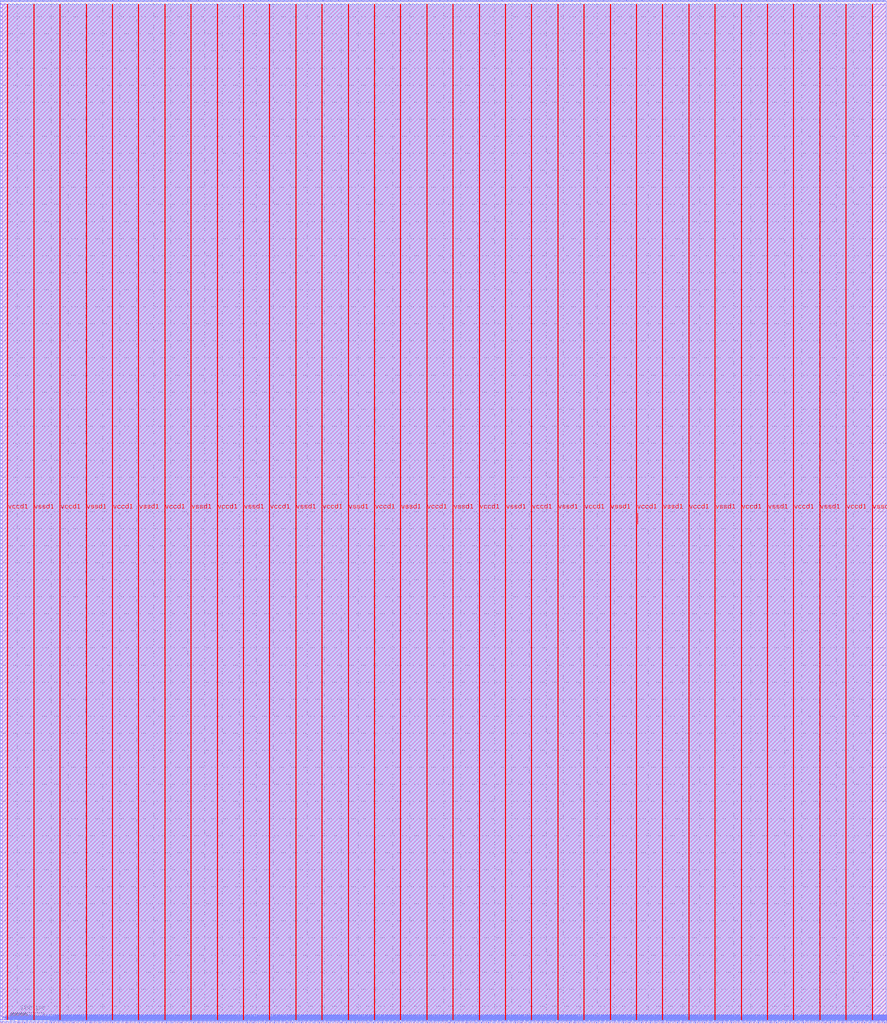
<source format=lef>
VERSION 5.7 ;
  NOWIREEXTENSIONATPIN ON ;
  DIVIDERCHAR "/" ;
  BUSBITCHARS "[]" ;
MACRO computer
  CLASS BLOCK ;
  FOREIGN computer ;
  ORIGIN 0.000 0.000 ;
  SIZE 2600.000 BY 3000.000 ;
  PIN io_in[0]
    DIRECTION INPUT ;
    USE SIGNAL ;
    PORT
      LAYER met2 ;
        RECT 11.130 2996.000 11.410 3000.000 ;
    END
  END io_in[0]
  PIN io_in[10]
    DIRECTION INPUT ;
    USE SIGNAL ;
    PORT
      LAYER met2 ;
        RECT 695.150 2996.000 695.430 3000.000 ;
    END
  END io_in[10]
  PIN io_in[11]
    DIRECTION INPUT ;
    USE SIGNAL ;
    PORT
      LAYER met2 ;
        RECT 763.690 2996.000 763.970 3000.000 ;
    END
  END io_in[11]
  PIN io_in[12]
    DIRECTION INPUT ;
    USE SIGNAL ;
    PORT
      LAYER met2 ;
        RECT 831.770 2996.000 832.050 3000.000 ;
    END
  END io_in[12]
  PIN io_in[13]
    DIRECTION INPUT ;
    USE SIGNAL ;
    PORT
      LAYER met2 ;
        RECT 900.310 2996.000 900.590 3000.000 ;
    END
  END io_in[13]
  PIN io_in[14]
    DIRECTION INPUT ;
    USE SIGNAL ;
    PORT
      LAYER met2 ;
        RECT 968.850 2996.000 969.130 3000.000 ;
    END
  END io_in[14]
  PIN io_in[15]
    DIRECTION INPUT ;
    USE SIGNAL ;
    PORT
      LAYER met2 ;
        RECT 1037.390 2996.000 1037.670 3000.000 ;
    END
  END io_in[15]
  PIN io_in[16]
    DIRECTION INPUT ;
    USE SIGNAL ;
    PORT
      LAYER met2 ;
        RECT 1105.470 2996.000 1105.750 3000.000 ;
    END
  END io_in[16]
  PIN io_in[17]
    DIRECTION INPUT ;
    USE SIGNAL ;
    PORT
      LAYER met2 ;
        RECT 1174.010 2996.000 1174.290 3000.000 ;
    END
  END io_in[17]
  PIN io_in[18]
    DIRECTION INPUT ;
    USE SIGNAL ;
    PORT
      LAYER met2 ;
        RECT 1242.550 2996.000 1242.830 3000.000 ;
    END
  END io_in[18]
  PIN io_in[19]
    DIRECTION INPUT ;
    USE SIGNAL ;
    PORT
      LAYER met2 ;
        RECT 1311.090 2996.000 1311.370 3000.000 ;
    END
  END io_in[19]
  PIN io_in[1]
    DIRECTION INPUT ;
    USE SIGNAL ;
    PORT
      LAYER met2 ;
        RECT 79.210 2996.000 79.490 3000.000 ;
    END
  END io_in[1]
  PIN io_in[20]
    DIRECTION INPUT ;
    USE SIGNAL ;
    PORT
      LAYER met2 ;
        RECT 1379.170 2996.000 1379.450 3000.000 ;
    END
  END io_in[20]
  PIN io_in[21]
    DIRECTION INPUT ;
    USE SIGNAL ;
    PORT
      LAYER met2 ;
        RECT 1447.710 2996.000 1447.990 3000.000 ;
    END
  END io_in[21]
  PIN io_in[22]
    DIRECTION INPUT ;
    USE SIGNAL ;
    PORT
      LAYER met2 ;
        RECT 1516.250 2996.000 1516.530 3000.000 ;
    END
  END io_in[22]
  PIN io_in[23]
    DIRECTION INPUT ;
    USE SIGNAL ;
    PORT
      LAYER met2 ;
        RECT 1584.330 2996.000 1584.610 3000.000 ;
    END
  END io_in[23]
  PIN io_in[24]
    DIRECTION INPUT ;
    USE SIGNAL ;
    PORT
      LAYER met2 ;
        RECT 1652.870 2996.000 1653.150 3000.000 ;
    END
  END io_in[24]
  PIN io_in[25]
    DIRECTION INPUT ;
    USE SIGNAL ;
    PORT
      LAYER met2 ;
        RECT 1721.410 2996.000 1721.690 3000.000 ;
    END
  END io_in[25]
  PIN io_in[26]
    DIRECTION INPUT ;
    USE SIGNAL ;
    PORT
      LAYER met2 ;
        RECT 1789.950 2996.000 1790.230 3000.000 ;
    END
  END io_in[26]
  PIN io_in[27]
    DIRECTION INPUT ;
    USE SIGNAL ;
    PORT
      LAYER met2 ;
        RECT 1858.030 2996.000 1858.310 3000.000 ;
    END
  END io_in[27]
  PIN io_in[28]
    DIRECTION INPUT ;
    USE SIGNAL ;
    PORT
      LAYER met2 ;
        RECT 1926.570 2996.000 1926.850 3000.000 ;
    END
  END io_in[28]
  PIN io_in[29]
    DIRECTION INPUT ;
    USE SIGNAL ;
    PORT
      LAYER met2 ;
        RECT 1995.110 2996.000 1995.390 3000.000 ;
    END
  END io_in[29]
  PIN io_in[2]
    DIRECTION INPUT ;
    USE SIGNAL ;
    PORT
      LAYER met2 ;
        RECT 147.750 2996.000 148.030 3000.000 ;
    END
  END io_in[2]
  PIN io_in[30]
    DIRECTION INPUT ;
    USE SIGNAL ;
    PORT
      LAYER met2 ;
        RECT 2063.650 2996.000 2063.930 3000.000 ;
    END
  END io_in[30]
  PIN io_in[31]
    DIRECTION INPUT ;
    USE SIGNAL ;
    PORT
      LAYER met2 ;
        RECT 2131.730 2996.000 2132.010 3000.000 ;
    END
  END io_in[31]
  PIN io_in[32]
    DIRECTION INPUT ;
    USE SIGNAL ;
    PORT
      LAYER met2 ;
        RECT 2200.270 2996.000 2200.550 3000.000 ;
    END
  END io_in[32]
  PIN io_in[33]
    DIRECTION INPUT ;
    USE SIGNAL ;
    PORT
      LAYER met2 ;
        RECT 2268.810 2996.000 2269.090 3000.000 ;
    END
  END io_in[33]
  PIN io_in[34]
    DIRECTION INPUT ;
    USE SIGNAL ;
    PORT
      LAYER met2 ;
        RECT 2337.350 2996.000 2337.630 3000.000 ;
    END
  END io_in[34]
  PIN io_in[35]
    DIRECTION INPUT ;
    USE SIGNAL ;
    PORT
      LAYER met2 ;
        RECT 2405.430 2996.000 2405.710 3000.000 ;
    END
  END io_in[35]
  PIN io_in[36]
    DIRECTION INPUT ;
    USE SIGNAL ;
    PORT
      LAYER met2 ;
        RECT 2473.970 2996.000 2474.250 3000.000 ;
    END
  END io_in[36]
  PIN io_in[37]
    DIRECTION INPUT ;
    USE SIGNAL ;
    PORT
      LAYER met2 ;
        RECT 2542.510 2996.000 2542.790 3000.000 ;
    END
  END io_in[37]
  PIN io_in[3]
    DIRECTION INPUT ;
    USE SIGNAL ;
    PORT
      LAYER met2 ;
        RECT 216.290 2996.000 216.570 3000.000 ;
    END
  END io_in[3]
  PIN io_in[4]
    DIRECTION INPUT ;
    USE SIGNAL ;
    PORT
      LAYER met2 ;
        RECT 284.370 2996.000 284.650 3000.000 ;
    END
  END io_in[4]
  PIN io_in[5]
    DIRECTION INPUT ;
    USE SIGNAL ;
    PORT
      LAYER met2 ;
        RECT 352.910 2996.000 353.190 3000.000 ;
    END
  END io_in[5]
  PIN io_in[6]
    DIRECTION INPUT ;
    USE SIGNAL ;
    PORT
      LAYER met2 ;
        RECT 421.450 2996.000 421.730 3000.000 ;
    END
  END io_in[6]
  PIN io_in[7]
    DIRECTION INPUT ;
    USE SIGNAL ;
    PORT
      LAYER met2 ;
        RECT 489.990 2996.000 490.270 3000.000 ;
    END
  END io_in[7]
  PIN io_in[8]
    DIRECTION INPUT ;
    USE SIGNAL ;
    PORT
      LAYER met2 ;
        RECT 558.070 2996.000 558.350 3000.000 ;
    END
  END io_in[8]
  PIN io_in[9]
    DIRECTION INPUT ;
    USE SIGNAL ;
    PORT
      LAYER met2 ;
        RECT 626.610 2996.000 626.890 3000.000 ;
    END
  END io_in[9]
  PIN io_oeb[0]
    DIRECTION OUTPUT TRISTATE ;
    USE SIGNAL ;
    PORT
      LAYER met2 ;
        RECT 33.670 2996.000 33.950 3000.000 ;
    END
  END io_oeb[0]
  PIN io_oeb[10]
    DIRECTION OUTPUT TRISTATE ;
    USE SIGNAL ;
    PORT
      LAYER met2 ;
        RECT 717.690 2996.000 717.970 3000.000 ;
    END
  END io_oeb[10]
  PIN io_oeb[11]
    DIRECTION OUTPUT TRISTATE ;
    USE SIGNAL ;
    PORT
      LAYER met2 ;
        RECT 786.230 2996.000 786.510 3000.000 ;
    END
  END io_oeb[11]
  PIN io_oeb[12]
    DIRECTION OUTPUT TRISTATE ;
    USE SIGNAL ;
    PORT
      LAYER met2 ;
        RECT 854.770 2996.000 855.050 3000.000 ;
    END
  END io_oeb[12]
  PIN io_oeb[13]
    DIRECTION OUTPUT TRISTATE ;
    USE SIGNAL ;
    PORT
      LAYER met2 ;
        RECT 923.310 2996.000 923.590 3000.000 ;
    END
  END io_oeb[13]
  PIN io_oeb[14]
    DIRECTION OUTPUT TRISTATE ;
    USE SIGNAL ;
    PORT
      LAYER met2 ;
        RECT 991.390 2996.000 991.670 3000.000 ;
    END
  END io_oeb[14]
  PIN io_oeb[15]
    DIRECTION OUTPUT TRISTATE ;
    USE SIGNAL ;
    PORT
      LAYER met2 ;
        RECT 1059.930 2996.000 1060.210 3000.000 ;
    END
  END io_oeb[15]
  PIN io_oeb[16]
    DIRECTION OUTPUT TRISTATE ;
    USE SIGNAL ;
    PORT
      LAYER met2 ;
        RECT 1128.470 2996.000 1128.750 3000.000 ;
    END
  END io_oeb[16]
  PIN io_oeb[17]
    DIRECTION OUTPUT TRISTATE ;
    USE SIGNAL ;
    PORT
      LAYER met2 ;
        RECT 1197.010 2996.000 1197.290 3000.000 ;
    END
  END io_oeb[17]
  PIN io_oeb[18]
    DIRECTION OUTPUT TRISTATE ;
    USE SIGNAL ;
    PORT
      LAYER met2 ;
        RECT 1265.090 2996.000 1265.370 3000.000 ;
    END
  END io_oeb[18]
  PIN io_oeb[19]
    DIRECTION OUTPUT TRISTATE ;
    USE SIGNAL ;
    PORT
      LAYER met2 ;
        RECT 1333.630 2996.000 1333.910 3000.000 ;
    END
  END io_oeb[19]
  PIN io_oeb[1]
    DIRECTION OUTPUT TRISTATE ;
    USE SIGNAL ;
    PORT
      LAYER met2 ;
        RECT 102.210 2996.000 102.490 3000.000 ;
    END
  END io_oeb[1]
  PIN io_oeb[20]
    DIRECTION OUTPUT TRISTATE ;
    USE SIGNAL ;
    PORT
      LAYER met2 ;
        RECT 1402.170 2996.000 1402.450 3000.000 ;
    END
  END io_oeb[20]
  PIN io_oeb[21]
    DIRECTION OUTPUT TRISTATE ;
    USE SIGNAL ;
    PORT
      LAYER met2 ;
        RECT 1470.710 2996.000 1470.990 3000.000 ;
    END
  END io_oeb[21]
  PIN io_oeb[22]
    DIRECTION OUTPUT TRISTATE ;
    USE SIGNAL ;
    PORT
      LAYER met2 ;
        RECT 1538.790 2996.000 1539.070 3000.000 ;
    END
  END io_oeb[22]
  PIN io_oeb[23]
    DIRECTION OUTPUT TRISTATE ;
    USE SIGNAL ;
    PORT
      LAYER met2 ;
        RECT 1607.330 2996.000 1607.610 3000.000 ;
    END
  END io_oeb[23]
  PIN io_oeb[24]
    DIRECTION OUTPUT TRISTATE ;
    USE SIGNAL ;
    PORT
      LAYER met2 ;
        RECT 1675.870 2996.000 1676.150 3000.000 ;
    END
  END io_oeb[24]
  PIN io_oeb[25]
    DIRECTION OUTPUT TRISTATE ;
    USE SIGNAL ;
    PORT
      LAYER met2 ;
        RECT 1744.410 2996.000 1744.690 3000.000 ;
    END
  END io_oeb[25]
  PIN io_oeb[26]
    DIRECTION OUTPUT TRISTATE ;
    USE SIGNAL ;
    PORT
      LAYER met2 ;
        RECT 1812.490 2996.000 1812.770 3000.000 ;
    END
  END io_oeb[26]
  PIN io_oeb[27]
    DIRECTION OUTPUT TRISTATE ;
    USE SIGNAL ;
    PORT
      LAYER met2 ;
        RECT 1881.030 2996.000 1881.310 3000.000 ;
    END
  END io_oeb[27]
  PIN io_oeb[28]
    DIRECTION OUTPUT TRISTATE ;
    USE SIGNAL ;
    PORT
      LAYER met2 ;
        RECT 1949.570 2996.000 1949.850 3000.000 ;
    END
  END io_oeb[28]
  PIN io_oeb[29]
    DIRECTION OUTPUT TRISTATE ;
    USE SIGNAL ;
    PORT
      LAYER met2 ;
        RECT 2017.650 2996.000 2017.930 3000.000 ;
    END
  END io_oeb[29]
  PIN io_oeb[2]
    DIRECTION OUTPUT TRISTATE ;
    USE SIGNAL ;
    PORT
      LAYER met2 ;
        RECT 170.750 2996.000 171.030 3000.000 ;
    END
  END io_oeb[2]
  PIN io_oeb[30]
    DIRECTION OUTPUT TRISTATE ;
    USE SIGNAL ;
    PORT
      LAYER met2 ;
        RECT 2086.190 2996.000 2086.470 3000.000 ;
    END
  END io_oeb[30]
  PIN io_oeb[31]
    DIRECTION OUTPUT TRISTATE ;
    USE SIGNAL ;
    PORT
      LAYER met2 ;
        RECT 2154.730 2996.000 2155.010 3000.000 ;
    END
  END io_oeb[31]
  PIN io_oeb[32]
    DIRECTION OUTPUT TRISTATE ;
    USE SIGNAL ;
    PORT
      LAYER met2 ;
        RECT 2223.270 2996.000 2223.550 3000.000 ;
    END
  END io_oeb[32]
  PIN io_oeb[33]
    DIRECTION OUTPUT TRISTATE ;
    USE SIGNAL ;
    PORT
      LAYER met2 ;
        RECT 2291.350 2996.000 2291.630 3000.000 ;
    END
  END io_oeb[33]
  PIN io_oeb[34]
    DIRECTION OUTPUT TRISTATE ;
    USE SIGNAL ;
    PORT
      LAYER met2 ;
        RECT 2359.890 2996.000 2360.170 3000.000 ;
    END
  END io_oeb[34]
  PIN io_oeb[35]
    DIRECTION OUTPUT TRISTATE ;
    USE SIGNAL ;
    PORT
      LAYER met2 ;
        RECT 2428.430 2996.000 2428.710 3000.000 ;
    END
  END io_oeb[35]
  PIN io_oeb[36]
    DIRECTION OUTPUT TRISTATE ;
    USE SIGNAL ;
    PORT
      LAYER met2 ;
        RECT 2496.970 2996.000 2497.250 3000.000 ;
    END
  END io_oeb[36]
  PIN io_oeb[37]
    DIRECTION OUTPUT TRISTATE ;
    USE SIGNAL ;
    PORT
      LAYER met2 ;
        RECT 2565.050 2996.000 2565.330 3000.000 ;
    END
  END io_oeb[37]
  PIN io_oeb[3]
    DIRECTION OUTPUT TRISTATE ;
    USE SIGNAL ;
    PORT
      LAYER met2 ;
        RECT 238.830 2996.000 239.110 3000.000 ;
    END
  END io_oeb[3]
  PIN io_oeb[4]
    DIRECTION OUTPUT TRISTATE ;
    USE SIGNAL ;
    PORT
      LAYER met2 ;
        RECT 307.370 2996.000 307.650 3000.000 ;
    END
  END io_oeb[4]
  PIN io_oeb[5]
    DIRECTION OUTPUT TRISTATE ;
    USE SIGNAL ;
    PORT
      LAYER met2 ;
        RECT 375.910 2996.000 376.190 3000.000 ;
    END
  END io_oeb[5]
  PIN io_oeb[6]
    DIRECTION OUTPUT TRISTATE ;
    USE SIGNAL ;
    PORT
      LAYER met2 ;
        RECT 444.450 2996.000 444.730 3000.000 ;
    END
  END io_oeb[6]
  PIN io_oeb[7]
    DIRECTION OUTPUT TRISTATE ;
    USE SIGNAL ;
    PORT
      LAYER met2 ;
        RECT 512.530 2996.000 512.810 3000.000 ;
    END
  END io_oeb[7]
  PIN io_oeb[8]
    DIRECTION OUTPUT TRISTATE ;
    USE SIGNAL ;
    PORT
      LAYER met2 ;
        RECT 581.070 2996.000 581.350 3000.000 ;
    END
  END io_oeb[8]
  PIN io_oeb[9]
    DIRECTION OUTPUT TRISTATE ;
    USE SIGNAL ;
    PORT
      LAYER met2 ;
        RECT 649.610 2996.000 649.890 3000.000 ;
    END
  END io_oeb[9]
  PIN io_out[0]
    DIRECTION OUTPUT TRISTATE ;
    USE SIGNAL ;
    PORT
      LAYER met2 ;
        RECT 56.670 2996.000 56.950 3000.000 ;
    END
  END io_out[0]
  PIN io_out[10]
    DIRECTION OUTPUT TRISTATE ;
    USE SIGNAL ;
    PORT
      LAYER met2 ;
        RECT 740.690 2996.000 740.970 3000.000 ;
    END
  END io_out[10]
  PIN io_out[11]
    DIRECTION OUTPUT TRISTATE ;
    USE SIGNAL ;
    PORT
      LAYER met2 ;
        RECT 809.230 2996.000 809.510 3000.000 ;
    END
  END io_out[11]
  PIN io_out[12]
    DIRECTION OUTPUT TRISTATE ;
    USE SIGNAL ;
    PORT
      LAYER met2 ;
        RECT 877.770 2996.000 878.050 3000.000 ;
    END
  END io_out[12]
  PIN io_out[13]
    DIRECTION OUTPUT TRISTATE ;
    USE SIGNAL ;
    PORT
      LAYER met2 ;
        RECT 945.850 2996.000 946.130 3000.000 ;
    END
  END io_out[13]
  PIN io_out[14]
    DIRECTION OUTPUT TRISTATE ;
    USE SIGNAL ;
    PORT
      LAYER met2 ;
        RECT 1014.390 2996.000 1014.670 3000.000 ;
    END
  END io_out[14]
  PIN io_out[15]
    DIRECTION OUTPUT TRISTATE ;
    USE SIGNAL ;
    PORT
      LAYER met2 ;
        RECT 1082.930 2996.000 1083.210 3000.000 ;
    END
  END io_out[15]
  PIN io_out[16]
    DIRECTION OUTPUT TRISTATE ;
    USE SIGNAL ;
    PORT
      LAYER met2 ;
        RECT 1151.010 2996.000 1151.290 3000.000 ;
    END
  END io_out[16]
  PIN io_out[17]
    DIRECTION OUTPUT TRISTATE ;
    USE SIGNAL ;
    PORT
      LAYER met2 ;
        RECT 1219.550 2996.000 1219.830 3000.000 ;
    END
  END io_out[17]
  PIN io_out[18]
    DIRECTION OUTPUT TRISTATE ;
    USE SIGNAL ;
    PORT
      LAYER met2 ;
        RECT 1288.090 2996.000 1288.370 3000.000 ;
    END
  END io_out[18]
  PIN io_out[19]
    DIRECTION OUTPUT TRISTATE ;
    USE SIGNAL ;
    PORT
      LAYER met2 ;
        RECT 1356.630 2996.000 1356.910 3000.000 ;
    END
  END io_out[19]
  PIN io_out[1]
    DIRECTION OUTPUT TRISTATE ;
    USE SIGNAL ;
    PORT
      LAYER met2 ;
        RECT 124.750 2996.000 125.030 3000.000 ;
    END
  END io_out[1]
  PIN io_out[20]
    DIRECTION OUTPUT TRISTATE ;
    USE SIGNAL ;
    PORT
      LAYER met2 ;
        RECT 1424.710 2996.000 1424.990 3000.000 ;
    END
  END io_out[20]
  PIN io_out[21]
    DIRECTION OUTPUT TRISTATE ;
    USE SIGNAL ;
    PORT
      LAYER met2 ;
        RECT 1493.250 2996.000 1493.530 3000.000 ;
    END
  END io_out[21]
  PIN io_out[22]
    DIRECTION OUTPUT TRISTATE ;
    USE SIGNAL ;
    PORT
      LAYER met2 ;
        RECT 1561.790 2996.000 1562.070 3000.000 ;
    END
  END io_out[22]
  PIN io_out[23]
    DIRECTION OUTPUT TRISTATE ;
    USE SIGNAL ;
    PORT
      LAYER met2 ;
        RECT 1630.330 2996.000 1630.610 3000.000 ;
    END
  END io_out[23]
  PIN io_out[24]
    DIRECTION OUTPUT TRISTATE ;
    USE SIGNAL ;
    PORT
      LAYER met2 ;
        RECT 1698.410 2996.000 1698.690 3000.000 ;
    END
  END io_out[24]
  PIN io_out[25]
    DIRECTION OUTPUT TRISTATE ;
    USE SIGNAL ;
    PORT
      LAYER met2 ;
        RECT 1766.950 2996.000 1767.230 3000.000 ;
    END
  END io_out[25]
  PIN io_out[26]
    DIRECTION OUTPUT TRISTATE ;
    USE SIGNAL ;
    PORT
      LAYER met2 ;
        RECT 1835.490 2996.000 1835.770 3000.000 ;
    END
  END io_out[26]
  PIN io_out[27]
    DIRECTION OUTPUT TRISTATE ;
    USE SIGNAL ;
    PORT
      LAYER met2 ;
        RECT 1904.030 2996.000 1904.310 3000.000 ;
    END
  END io_out[27]
  PIN io_out[28]
    DIRECTION OUTPUT TRISTATE ;
    USE SIGNAL ;
    PORT
      LAYER met2 ;
        RECT 1972.110 2996.000 1972.390 3000.000 ;
    END
  END io_out[28]
  PIN io_out[29]
    DIRECTION OUTPUT TRISTATE ;
    USE SIGNAL ;
    PORT
      LAYER met2 ;
        RECT 2040.650 2996.000 2040.930 3000.000 ;
    END
  END io_out[29]
  PIN io_out[2]
    DIRECTION OUTPUT TRISTATE ;
    USE SIGNAL ;
    PORT
      LAYER met2 ;
        RECT 193.290 2996.000 193.570 3000.000 ;
    END
  END io_out[2]
  PIN io_out[30]
    DIRECTION OUTPUT TRISTATE ;
    USE SIGNAL ;
    PORT
      LAYER met2 ;
        RECT 2109.190 2996.000 2109.470 3000.000 ;
    END
  END io_out[30]
  PIN io_out[31]
    DIRECTION OUTPUT TRISTATE ;
    USE SIGNAL ;
    PORT
      LAYER met2 ;
        RECT 2177.730 2996.000 2178.010 3000.000 ;
    END
  END io_out[31]
  PIN io_out[32]
    DIRECTION OUTPUT TRISTATE ;
    USE SIGNAL ;
    PORT
      LAYER met2 ;
        RECT 2245.810 2996.000 2246.090 3000.000 ;
    END
  END io_out[32]
  PIN io_out[33]
    DIRECTION OUTPUT TRISTATE ;
    USE SIGNAL ;
    PORT
      LAYER met2 ;
        RECT 2314.350 2996.000 2314.630 3000.000 ;
    END
  END io_out[33]
  PIN io_out[34]
    DIRECTION OUTPUT TRISTATE ;
    USE SIGNAL ;
    PORT
      LAYER met2 ;
        RECT 2382.890 2996.000 2383.170 3000.000 ;
    END
  END io_out[34]
  PIN io_out[35]
    DIRECTION OUTPUT TRISTATE ;
    USE SIGNAL ;
    PORT
      LAYER met2 ;
        RECT 2450.970 2996.000 2451.250 3000.000 ;
    END
  END io_out[35]
  PIN io_out[36]
    DIRECTION OUTPUT TRISTATE ;
    USE SIGNAL ;
    PORT
      LAYER met2 ;
        RECT 2519.510 2996.000 2519.790 3000.000 ;
    END
  END io_out[36]
  PIN io_out[37]
    DIRECTION OUTPUT TRISTATE ;
    USE SIGNAL ;
    PORT
      LAYER met2 ;
        RECT 2588.050 2996.000 2588.330 3000.000 ;
    END
  END io_out[37]
  PIN io_out[3]
    DIRECTION OUTPUT TRISTATE ;
    USE SIGNAL ;
    PORT
      LAYER met2 ;
        RECT 261.830 2996.000 262.110 3000.000 ;
    END
  END io_out[3]
  PIN io_out[4]
    DIRECTION OUTPUT TRISTATE ;
    USE SIGNAL ;
    PORT
      LAYER met2 ;
        RECT 330.370 2996.000 330.650 3000.000 ;
    END
  END io_out[4]
  PIN io_out[5]
    DIRECTION OUTPUT TRISTATE ;
    USE SIGNAL ;
    PORT
      LAYER met2 ;
        RECT 398.450 2996.000 398.730 3000.000 ;
    END
  END io_out[5]
  PIN io_out[6]
    DIRECTION OUTPUT TRISTATE ;
    USE SIGNAL ;
    PORT
      LAYER met2 ;
        RECT 466.990 2996.000 467.270 3000.000 ;
    END
  END io_out[6]
  PIN io_out[7]
    DIRECTION OUTPUT TRISTATE ;
    USE SIGNAL ;
    PORT
      LAYER met2 ;
        RECT 535.530 2996.000 535.810 3000.000 ;
    END
  END io_out[7]
  PIN io_out[8]
    DIRECTION OUTPUT TRISTATE ;
    USE SIGNAL ;
    PORT
      LAYER met2 ;
        RECT 604.070 2996.000 604.350 3000.000 ;
    END
  END io_out[8]
  PIN io_out[9]
    DIRECTION OUTPUT TRISTATE ;
    USE SIGNAL ;
    PORT
      LAYER met2 ;
        RECT 672.150 2996.000 672.430 3000.000 ;
    END
  END io_out[9]
  PIN irq[0]
    DIRECTION OUTPUT TRISTATE ;
    USE SIGNAL ;
    PORT
      LAYER met2 ;
        RECT 2586.210 0.000 2586.490 4.000 ;
    END
  END irq[0]
  PIN irq[1]
    DIRECTION OUTPUT TRISTATE ;
    USE SIGNAL ;
    PORT
      LAYER met2 ;
        RECT 2591.730 0.000 2592.010 4.000 ;
    END
  END irq[1]
  PIN irq[2]
    DIRECTION OUTPUT TRISTATE ;
    USE SIGNAL ;
    PORT
      LAYER met2 ;
        RECT 2596.790 0.000 2597.070 4.000 ;
    END
  END irq[2]
  PIN la_data_in[0]
    DIRECTION INPUT ;
    USE SIGNAL ;
    PORT
      LAYER met2 ;
        RECT 561.290 0.000 561.570 4.000 ;
    END
  END la_data_in[0]
  PIN la_data_in[100]
    DIRECTION INPUT ;
    USE SIGNAL ;
    PORT
      LAYER met2 ;
        RECT 2143.230 0.000 2143.510 4.000 ;
    END
  END la_data_in[100]
  PIN la_data_in[101]
    DIRECTION INPUT ;
    USE SIGNAL ;
    PORT
      LAYER met2 ;
        RECT 2158.870 0.000 2159.150 4.000 ;
    END
  END la_data_in[101]
  PIN la_data_in[102]
    DIRECTION INPUT ;
    USE SIGNAL ;
    PORT
      LAYER met2 ;
        RECT 2174.970 0.000 2175.250 4.000 ;
    END
  END la_data_in[102]
  PIN la_data_in[103]
    DIRECTION INPUT ;
    USE SIGNAL ;
    PORT
      LAYER met2 ;
        RECT 2190.610 0.000 2190.890 4.000 ;
    END
  END la_data_in[103]
  PIN la_data_in[104]
    DIRECTION INPUT ;
    USE SIGNAL ;
    PORT
      LAYER met2 ;
        RECT 2206.710 0.000 2206.990 4.000 ;
    END
  END la_data_in[104]
  PIN la_data_in[105]
    DIRECTION INPUT ;
    USE SIGNAL ;
    PORT
      LAYER met2 ;
        RECT 2222.350 0.000 2222.630 4.000 ;
    END
  END la_data_in[105]
  PIN la_data_in[106]
    DIRECTION INPUT ;
    USE SIGNAL ;
    PORT
      LAYER met2 ;
        RECT 2237.990 0.000 2238.270 4.000 ;
    END
  END la_data_in[106]
  PIN la_data_in[107]
    DIRECTION INPUT ;
    USE SIGNAL ;
    PORT
      LAYER met2 ;
        RECT 2254.090 0.000 2254.370 4.000 ;
    END
  END la_data_in[107]
  PIN la_data_in[108]
    DIRECTION INPUT ;
    USE SIGNAL ;
    PORT
      LAYER met2 ;
        RECT 2269.730 0.000 2270.010 4.000 ;
    END
  END la_data_in[108]
  PIN la_data_in[109]
    DIRECTION INPUT ;
    USE SIGNAL ;
    PORT
      LAYER met2 ;
        RECT 2285.830 0.000 2286.110 4.000 ;
    END
  END la_data_in[109]
  PIN la_data_in[10]
    DIRECTION INPUT ;
    USE SIGNAL ;
    PORT
      LAYER met2 ;
        RECT 719.530 0.000 719.810 4.000 ;
    END
  END la_data_in[10]
  PIN la_data_in[110]
    DIRECTION INPUT ;
    USE SIGNAL ;
    PORT
      LAYER met2 ;
        RECT 2301.470 0.000 2301.750 4.000 ;
    END
  END la_data_in[110]
  PIN la_data_in[111]
    DIRECTION INPUT ;
    USE SIGNAL ;
    PORT
      LAYER met2 ;
        RECT 2317.110 0.000 2317.390 4.000 ;
    END
  END la_data_in[111]
  PIN la_data_in[112]
    DIRECTION INPUT ;
    USE SIGNAL ;
    PORT
      LAYER met2 ;
        RECT 2333.210 0.000 2333.490 4.000 ;
    END
  END la_data_in[112]
  PIN la_data_in[113]
    DIRECTION INPUT ;
    USE SIGNAL ;
    PORT
      LAYER met2 ;
        RECT 2348.850 0.000 2349.130 4.000 ;
    END
  END la_data_in[113]
  PIN la_data_in[114]
    DIRECTION INPUT ;
    USE SIGNAL ;
    PORT
      LAYER met2 ;
        RECT 2364.950 0.000 2365.230 4.000 ;
    END
  END la_data_in[114]
  PIN la_data_in[115]
    DIRECTION INPUT ;
    USE SIGNAL ;
    PORT
      LAYER met2 ;
        RECT 2380.590 0.000 2380.870 4.000 ;
    END
  END la_data_in[115]
  PIN la_data_in[116]
    DIRECTION INPUT ;
    USE SIGNAL ;
    PORT
      LAYER met2 ;
        RECT 2396.230 0.000 2396.510 4.000 ;
    END
  END la_data_in[116]
  PIN la_data_in[117]
    DIRECTION INPUT ;
    USE SIGNAL ;
    PORT
      LAYER met2 ;
        RECT 2412.330 0.000 2412.610 4.000 ;
    END
  END la_data_in[117]
  PIN la_data_in[118]
    DIRECTION INPUT ;
    USE SIGNAL ;
    PORT
      LAYER met2 ;
        RECT 2427.970 0.000 2428.250 4.000 ;
    END
  END la_data_in[118]
  PIN la_data_in[119]
    DIRECTION INPUT ;
    USE SIGNAL ;
    PORT
      LAYER met2 ;
        RECT 2444.070 0.000 2444.350 4.000 ;
    END
  END la_data_in[119]
  PIN la_data_in[11]
    DIRECTION INPUT ;
    USE SIGNAL ;
    PORT
      LAYER met2 ;
        RECT 735.170 0.000 735.450 4.000 ;
    END
  END la_data_in[11]
  PIN la_data_in[120]
    DIRECTION INPUT ;
    USE SIGNAL ;
    PORT
      LAYER met2 ;
        RECT 2459.710 0.000 2459.990 4.000 ;
    END
  END la_data_in[120]
  PIN la_data_in[121]
    DIRECTION INPUT ;
    USE SIGNAL ;
    PORT
      LAYER met2 ;
        RECT 2475.350 0.000 2475.630 4.000 ;
    END
  END la_data_in[121]
  PIN la_data_in[122]
    DIRECTION INPUT ;
    USE SIGNAL ;
    PORT
      LAYER met2 ;
        RECT 2491.450 0.000 2491.730 4.000 ;
    END
  END la_data_in[122]
  PIN la_data_in[123]
    DIRECTION INPUT ;
    USE SIGNAL ;
    PORT
      LAYER met2 ;
        RECT 2507.090 0.000 2507.370 4.000 ;
    END
  END la_data_in[123]
  PIN la_data_in[124]
    DIRECTION INPUT ;
    USE SIGNAL ;
    PORT
      LAYER met2 ;
        RECT 2523.190 0.000 2523.470 4.000 ;
    END
  END la_data_in[124]
  PIN la_data_in[125]
    DIRECTION INPUT ;
    USE SIGNAL ;
    PORT
      LAYER met2 ;
        RECT 2538.830 0.000 2539.110 4.000 ;
    END
  END la_data_in[125]
  PIN la_data_in[126]
    DIRECTION INPUT ;
    USE SIGNAL ;
    PORT
      LAYER met2 ;
        RECT 2554.470 0.000 2554.750 4.000 ;
    END
  END la_data_in[126]
  PIN la_data_in[127]
    DIRECTION INPUT ;
    USE SIGNAL ;
    PORT
      LAYER met2 ;
        RECT 2570.570 0.000 2570.850 4.000 ;
    END
  END la_data_in[127]
  PIN la_data_in[12]
    DIRECTION INPUT ;
    USE SIGNAL ;
    PORT
      LAYER met2 ;
        RECT 750.810 0.000 751.090 4.000 ;
    END
  END la_data_in[12]
  PIN la_data_in[13]
    DIRECTION INPUT ;
    USE SIGNAL ;
    PORT
      LAYER met2 ;
        RECT 766.910 0.000 767.190 4.000 ;
    END
  END la_data_in[13]
  PIN la_data_in[14]
    DIRECTION INPUT ;
    USE SIGNAL ;
    PORT
      LAYER met2 ;
        RECT 782.550 0.000 782.830 4.000 ;
    END
  END la_data_in[14]
  PIN la_data_in[15]
    DIRECTION INPUT ;
    USE SIGNAL ;
    PORT
      LAYER met2 ;
        RECT 798.650 0.000 798.930 4.000 ;
    END
  END la_data_in[15]
  PIN la_data_in[16]
    DIRECTION INPUT ;
    USE SIGNAL ;
    PORT
      LAYER met2 ;
        RECT 814.290 0.000 814.570 4.000 ;
    END
  END la_data_in[16]
  PIN la_data_in[17]
    DIRECTION INPUT ;
    USE SIGNAL ;
    PORT
      LAYER met2 ;
        RECT 829.930 0.000 830.210 4.000 ;
    END
  END la_data_in[17]
  PIN la_data_in[18]
    DIRECTION INPUT ;
    USE SIGNAL ;
    PORT
      LAYER met2 ;
        RECT 846.030 0.000 846.310 4.000 ;
    END
  END la_data_in[18]
  PIN la_data_in[19]
    DIRECTION INPUT ;
    USE SIGNAL ;
    PORT
      LAYER met2 ;
        RECT 861.670 0.000 861.950 4.000 ;
    END
  END la_data_in[19]
  PIN la_data_in[1]
    DIRECTION INPUT ;
    USE SIGNAL ;
    PORT
      LAYER met2 ;
        RECT 576.930 0.000 577.210 4.000 ;
    END
  END la_data_in[1]
  PIN la_data_in[20]
    DIRECTION INPUT ;
    USE SIGNAL ;
    PORT
      LAYER met2 ;
        RECT 877.770 0.000 878.050 4.000 ;
    END
  END la_data_in[20]
  PIN la_data_in[21]
    DIRECTION INPUT ;
    USE SIGNAL ;
    PORT
      LAYER met2 ;
        RECT 893.410 0.000 893.690 4.000 ;
    END
  END la_data_in[21]
  PIN la_data_in[22]
    DIRECTION INPUT ;
    USE SIGNAL ;
    PORT
      LAYER met2 ;
        RECT 909.050 0.000 909.330 4.000 ;
    END
  END la_data_in[22]
  PIN la_data_in[23]
    DIRECTION INPUT ;
    USE SIGNAL ;
    PORT
      LAYER met2 ;
        RECT 925.150 0.000 925.430 4.000 ;
    END
  END la_data_in[23]
  PIN la_data_in[24]
    DIRECTION INPUT ;
    USE SIGNAL ;
    PORT
      LAYER met2 ;
        RECT 940.790 0.000 941.070 4.000 ;
    END
  END la_data_in[24]
  PIN la_data_in[25]
    DIRECTION INPUT ;
    USE SIGNAL ;
    PORT
      LAYER met2 ;
        RECT 956.890 0.000 957.170 4.000 ;
    END
  END la_data_in[25]
  PIN la_data_in[26]
    DIRECTION INPUT ;
    USE SIGNAL ;
    PORT
      LAYER met2 ;
        RECT 972.530 0.000 972.810 4.000 ;
    END
  END la_data_in[26]
  PIN la_data_in[27]
    DIRECTION INPUT ;
    USE SIGNAL ;
    PORT
      LAYER met2 ;
        RECT 988.170 0.000 988.450 4.000 ;
    END
  END la_data_in[27]
  PIN la_data_in[28]
    DIRECTION INPUT ;
    USE SIGNAL ;
    PORT
      LAYER met2 ;
        RECT 1004.270 0.000 1004.550 4.000 ;
    END
  END la_data_in[28]
  PIN la_data_in[29]
    DIRECTION INPUT ;
    USE SIGNAL ;
    PORT
      LAYER met2 ;
        RECT 1019.910 0.000 1020.190 4.000 ;
    END
  END la_data_in[29]
  PIN la_data_in[2]
    DIRECTION INPUT ;
    USE SIGNAL ;
    PORT
      LAYER met2 ;
        RECT 593.030 0.000 593.310 4.000 ;
    END
  END la_data_in[2]
  PIN la_data_in[30]
    DIRECTION INPUT ;
    USE SIGNAL ;
    PORT
      LAYER met2 ;
        RECT 1036.010 0.000 1036.290 4.000 ;
    END
  END la_data_in[30]
  PIN la_data_in[31]
    DIRECTION INPUT ;
    USE SIGNAL ;
    PORT
      LAYER met2 ;
        RECT 1051.650 0.000 1051.930 4.000 ;
    END
  END la_data_in[31]
  PIN la_data_in[32]
    DIRECTION INPUT ;
    USE SIGNAL ;
    PORT
      LAYER met2 ;
        RECT 1067.290 0.000 1067.570 4.000 ;
    END
  END la_data_in[32]
  PIN la_data_in[33]
    DIRECTION INPUT ;
    USE SIGNAL ;
    PORT
      LAYER met2 ;
        RECT 1083.390 0.000 1083.670 4.000 ;
    END
  END la_data_in[33]
  PIN la_data_in[34]
    DIRECTION INPUT ;
    USE SIGNAL ;
    PORT
      LAYER met2 ;
        RECT 1099.030 0.000 1099.310 4.000 ;
    END
  END la_data_in[34]
  PIN la_data_in[35]
    DIRECTION INPUT ;
    USE SIGNAL ;
    PORT
      LAYER met2 ;
        RECT 1115.130 0.000 1115.410 4.000 ;
    END
  END la_data_in[35]
  PIN la_data_in[36]
    DIRECTION INPUT ;
    USE SIGNAL ;
    PORT
      LAYER met2 ;
        RECT 1130.770 0.000 1131.050 4.000 ;
    END
  END la_data_in[36]
  PIN la_data_in[37]
    DIRECTION INPUT ;
    USE SIGNAL ;
    PORT
      LAYER met2 ;
        RECT 1146.410 0.000 1146.690 4.000 ;
    END
  END la_data_in[37]
  PIN la_data_in[38]
    DIRECTION INPUT ;
    USE SIGNAL ;
    PORT
      LAYER met2 ;
        RECT 1162.510 0.000 1162.790 4.000 ;
    END
  END la_data_in[38]
  PIN la_data_in[39]
    DIRECTION INPUT ;
    USE SIGNAL ;
    PORT
      LAYER met2 ;
        RECT 1178.150 0.000 1178.430 4.000 ;
    END
  END la_data_in[39]
  PIN la_data_in[3]
    DIRECTION INPUT ;
    USE SIGNAL ;
    PORT
      LAYER met2 ;
        RECT 608.670 0.000 608.950 4.000 ;
    END
  END la_data_in[3]
  PIN la_data_in[40]
    DIRECTION INPUT ;
    USE SIGNAL ;
    PORT
      LAYER met2 ;
        RECT 1193.790 0.000 1194.070 4.000 ;
    END
  END la_data_in[40]
  PIN la_data_in[41]
    DIRECTION INPUT ;
    USE SIGNAL ;
    PORT
      LAYER met2 ;
        RECT 1209.890 0.000 1210.170 4.000 ;
    END
  END la_data_in[41]
  PIN la_data_in[42]
    DIRECTION INPUT ;
    USE SIGNAL ;
    PORT
      LAYER met2 ;
        RECT 1225.530 0.000 1225.810 4.000 ;
    END
  END la_data_in[42]
  PIN la_data_in[43]
    DIRECTION INPUT ;
    USE SIGNAL ;
    PORT
      LAYER met2 ;
        RECT 1241.630 0.000 1241.910 4.000 ;
    END
  END la_data_in[43]
  PIN la_data_in[44]
    DIRECTION INPUT ;
    USE SIGNAL ;
    PORT
      LAYER met2 ;
        RECT 1257.270 0.000 1257.550 4.000 ;
    END
  END la_data_in[44]
  PIN la_data_in[45]
    DIRECTION INPUT ;
    USE SIGNAL ;
    PORT
      LAYER met2 ;
        RECT 1272.910 0.000 1273.190 4.000 ;
    END
  END la_data_in[45]
  PIN la_data_in[46]
    DIRECTION INPUT ;
    USE SIGNAL ;
    PORT
      LAYER met2 ;
        RECT 1289.010 0.000 1289.290 4.000 ;
    END
  END la_data_in[46]
  PIN la_data_in[47]
    DIRECTION INPUT ;
    USE SIGNAL ;
    PORT
      LAYER met2 ;
        RECT 1304.650 0.000 1304.930 4.000 ;
    END
  END la_data_in[47]
  PIN la_data_in[48]
    DIRECTION INPUT ;
    USE SIGNAL ;
    PORT
      LAYER met2 ;
        RECT 1320.750 0.000 1321.030 4.000 ;
    END
  END la_data_in[48]
  PIN la_data_in[49]
    DIRECTION INPUT ;
    USE SIGNAL ;
    PORT
      LAYER met2 ;
        RECT 1336.390 0.000 1336.670 4.000 ;
    END
  END la_data_in[49]
  PIN la_data_in[4]
    DIRECTION INPUT ;
    USE SIGNAL ;
    PORT
      LAYER met2 ;
        RECT 624.310 0.000 624.590 4.000 ;
    END
  END la_data_in[4]
  PIN la_data_in[50]
    DIRECTION INPUT ;
    USE SIGNAL ;
    PORT
      LAYER met2 ;
        RECT 1352.030 0.000 1352.310 4.000 ;
    END
  END la_data_in[50]
  PIN la_data_in[51]
    DIRECTION INPUT ;
    USE SIGNAL ;
    PORT
      LAYER met2 ;
        RECT 1368.130 0.000 1368.410 4.000 ;
    END
  END la_data_in[51]
  PIN la_data_in[52]
    DIRECTION INPUT ;
    USE SIGNAL ;
    PORT
      LAYER met2 ;
        RECT 1383.770 0.000 1384.050 4.000 ;
    END
  END la_data_in[52]
  PIN la_data_in[53]
    DIRECTION INPUT ;
    USE SIGNAL ;
    PORT
      LAYER met2 ;
        RECT 1399.870 0.000 1400.150 4.000 ;
    END
  END la_data_in[53]
  PIN la_data_in[54]
    DIRECTION INPUT ;
    USE SIGNAL ;
    PORT
      LAYER met2 ;
        RECT 1415.510 0.000 1415.790 4.000 ;
    END
  END la_data_in[54]
  PIN la_data_in[55]
    DIRECTION INPUT ;
    USE SIGNAL ;
    PORT
      LAYER met2 ;
        RECT 1431.150 0.000 1431.430 4.000 ;
    END
  END la_data_in[55]
  PIN la_data_in[56]
    DIRECTION INPUT ;
    USE SIGNAL ;
    PORT
      LAYER met2 ;
        RECT 1447.250 0.000 1447.530 4.000 ;
    END
  END la_data_in[56]
  PIN la_data_in[57]
    DIRECTION INPUT ;
    USE SIGNAL ;
    PORT
      LAYER met2 ;
        RECT 1462.890 0.000 1463.170 4.000 ;
    END
  END la_data_in[57]
  PIN la_data_in[58]
    DIRECTION INPUT ;
    USE SIGNAL ;
    PORT
      LAYER met2 ;
        RECT 1478.990 0.000 1479.270 4.000 ;
    END
  END la_data_in[58]
  PIN la_data_in[59]
    DIRECTION INPUT ;
    USE SIGNAL ;
    PORT
      LAYER met2 ;
        RECT 1494.630 0.000 1494.910 4.000 ;
    END
  END la_data_in[59]
  PIN la_data_in[5]
    DIRECTION INPUT ;
    USE SIGNAL ;
    PORT
      LAYER met2 ;
        RECT 640.410 0.000 640.690 4.000 ;
    END
  END la_data_in[5]
  PIN la_data_in[60]
    DIRECTION INPUT ;
    USE SIGNAL ;
    PORT
      LAYER met2 ;
        RECT 1510.270 0.000 1510.550 4.000 ;
    END
  END la_data_in[60]
  PIN la_data_in[61]
    DIRECTION INPUT ;
    USE SIGNAL ;
    PORT
      LAYER met2 ;
        RECT 1526.370 0.000 1526.650 4.000 ;
    END
  END la_data_in[61]
  PIN la_data_in[62]
    DIRECTION INPUT ;
    USE SIGNAL ;
    PORT
      LAYER met2 ;
        RECT 1542.010 0.000 1542.290 4.000 ;
    END
  END la_data_in[62]
  PIN la_data_in[63]
    DIRECTION INPUT ;
    USE SIGNAL ;
    PORT
      LAYER met2 ;
        RECT 1558.110 0.000 1558.390 4.000 ;
    END
  END la_data_in[63]
  PIN la_data_in[64]
    DIRECTION INPUT ;
    USE SIGNAL ;
    PORT
      LAYER met2 ;
        RECT 1573.750 0.000 1574.030 4.000 ;
    END
  END la_data_in[64]
  PIN la_data_in[65]
    DIRECTION INPUT ;
    USE SIGNAL ;
    PORT
      LAYER met2 ;
        RECT 1589.390 0.000 1589.670 4.000 ;
    END
  END la_data_in[65]
  PIN la_data_in[66]
    DIRECTION INPUT ;
    USE SIGNAL ;
    PORT
      LAYER met2 ;
        RECT 1605.490 0.000 1605.770 4.000 ;
    END
  END la_data_in[66]
  PIN la_data_in[67]
    DIRECTION INPUT ;
    USE SIGNAL ;
    PORT
      LAYER met2 ;
        RECT 1621.130 0.000 1621.410 4.000 ;
    END
  END la_data_in[67]
  PIN la_data_in[68]
    DIRECTION INPUT ;
    USE SIGNAL ;
    PORT
      LAYER met2 ;
        RECT 1636.770 0.000 1637.050 4.000 ;
    END
  END la_data_in[68]
  PIN la_data_in[69]
    DIRECTION INPUT ;
    USE SIGNAL ;
    PORT
      LAYER met2 ;
        RECT 1652.870 0.000 1653.150 4.000 ;
    END
  END la_data_in[69]
  PIN la_data_in[6]
    DIRECTION INPUT ;
    USE SIGNAL ;
    PORT
      LAYER met2 ;
        RECT 656.050 0.000 656.330 4.000 ;
    END
  END la_data_in[6]
  PIN la_data_in[70]
    DIRECTION INPUT ;
    USE SIGNAL ;
    PORT
      LAYER met2 ;
        RECT 1668.510 0.000 1668.790 4.000 ;
    END
  END la_data_in[70]
  PIN la_data_in[71]
    DIRECTION INPUT ;
    USE SIGNAL ;
    PORT
      LAYER met2 ;
        RECT 1684.610 0.000 1684.890 4.000 ;
    END
  END la_data_in[71]
  PIN la_data_in[72]
    DIRECTION INPUT ;
    USE SIGNAL ;
    PORT
      LAYER met2 ;
        RECT 1700.250 0.000 1700.530 4.000 ;
    END
  END la_data_in[72]
  PIN la_data_in[73]
    DIRECTION INPUT ;
    USE SIGNAL ;
    PORT
      LAYER met2 ;
        RECT 1715.890 0.000 1716.170 4.000 ;
    END
  END la_data_in[73]
  PIN la_data_in[74]
    DIRECTION INPUT ;
    USE SIGNAL ;
    PORT
      LAYER met2 ;
        RECT 1731.990 0.000 1732.270 4.000 ;
    END
  END la_data_in[74]
  PIN la_data_in[75]
    DIRECTION INPUT ;
    USE SIGNAL ;
    PORT
      LAYER met2 ;
        RECT 1747.630 0.000 1747.910 4.000 ;
    END
  END la_data_in[75]
  PIN la_data_in[76]
    DIRECTION INPUT ;
    USE SIGNAL ;
    PORT
      LAYER met2 ;
        RECT 1763.730 0.000 1764.010 4.000 ;
    END
  END la_data_in[76]
  PIN la_data_in[77]
    DIRECTION INPUT ;
    USE SIGNAL ;
    PORT
      LAYER met2 ;
        RECT 1779.370 0.000 1779.650 4.000 ;
    END
  END la_data_in[77]
  PIN la_data_in[78]
    DIRECTION INPUT ;
    USE SIGNAL ;
    PORT
      LAYER met2 ;
        RECT 1795.010 0.000 1795.290 4.000 ;
    END
  END la_data_in[78]
  PIN la_data_in[79]
    DIRECTION INPUT ;
    USE SIGNAL ;
    PORT
      LAYER met2 ;
        RECT 1811.110 0.000 1811.390 4.000 ;
    END
  END la_data_in[79]
  PIN la_data_in[7]
    DIRECTION INPUT ;
    USE SIGNAL ;
    PORT
      LAYER met2 ;
        RECT 671.690 0.000 671.970 4.000 ;
    END
  END la_data_in[7]
  PIN la_data_in[80]
    DIRECTION INPUT ;
    USE SIGNAL ;
    PORT
      LAYER met2 ;
        RECT 1826.750 0.000 1827.030 4.000 ;
    END
  END la_data_in[80]
  PIN la_data_in[81]
    DIRECTION INPUT ;
    USE SIGNAL ;
    PORT
      LAYER met2 ;
        RECT 1842.850 0.000 1843.130 4.000 ;
    END
  END la_data_in[81]
  PIN la_data_in[82]
    DIRECTION INPUT ;
    USE SIGNAL ;
    PORT
      LAYER met2 ;
        RECT 1858.490 0.000 1858.770 4.000 ;
    END
  END la_data_in[82]
  PIN la_data_in[83]
    DIRECTION INPUT ;
    USE SIGNAL ;
    PORT
      LAYER met2 ;
        RECT 1874.130 0.000 1874.410 4.000 ;
    END
  END la_data_in[83]
  PIN la_data_in[84]
    DIRECTION INPUT ;
    USE SIGNAL ;
    PORT
      LAYER met2 ;
        RECT 1890.230 0.000 1890.510 4.000 ;
    END
  END la_data_in[84]
  PIN la_data_in[85]
    DIRECTION INPUT ;
    USE SIGNAL ;
    PORT
      LAYER met2 ;
        RECT 1905.870 0.000 1906.150 4.000 ;
    END
  END la_data_in[85]
  PIN la_data_in[86]
    DIRECTION INPUT ;
    USE SIGNAL ;
    PORT
      LAYER met2 ;
        RECT 1921.970 0.000 1922.250 4.000 ;
    END
  END la_data_in[86]
  PIN la_data_in[87]
    DIRECTION INPUT ;
    USE SIGNAL ;
    PORT
      LAYER met2 ;
        RECT 1937.610 0.000 1937.890 4.000 ;
    END
  END la_data_in[87]
  PIN la_data_in[88]
    DIRECTION INPUT ;
    USE SIGNAL ;
    PORT
      LAYER met2 ;
        RECT 1953.250 0.000 1953.530 4.000 ;
    END
  END la_data_in[88]
  PIN la_data_in[89]
    DIRECTION INPUT ;
    USE SIGNAL ;
    PORT
      LAYER met2 ;
        RECT 1969.350 0.000 1969.630 4.000 ;
    END
  END la_data_in[89]
  PIN la_data_in[8]
    DIRECTION INPUT ;
    USE SIGNAL ;
    PORT
      LAYER met2 ;
        RECT 687.790 0.000 688.070 4.000 ;
    END
  END la_data_in[8]
  PIN la_data_in[90]
    DIRECTION INPUT ;
    USE SIGNAL ;
    PORT
      LAYER met2 ;
        RECT 1984.990 0.000 1985.270 4.000 ;
    END
  END la_data_in[90]
  PIN la_data_in[91]
    DIRECTION INPUT ;
    USE SIGNAL ;
    PORT
      LAYER met2 ;
        RECT 2001.090 0.000 2001.370 4.000 ;
    END
  END la_data_in[91]
  PIN la_data_in[92]
    DIRECTION INPUT ;
    USE SIGNAL ;
    PORT
      LAYER met2 ;
        RECT 2016.730 0.000 2017.010 4.000 ;
    END
  END la_data_in[92]
  PIN la_data_in[93]
    DIRECTION INPUT ;
    USE SIGNAL ;
    PORT
      LAYER met2 ;
        RECT 2032.370 0.000 2032.650 4.000 ;
    END
  END la_data_in[93]
  PIN la_data_in[94]
    DIRECTION INPUT ;
    USE SIGNAL ;
    PORT
      LAYER met2 ;
        RECT 2048.470 0.000 2048.750 4.000 ;
    END
  END la_data_in[94]
  PIN la_data_in[95]
    DIRECTION INPUT ;
    USE SIGNAL ;
    PORT
      LAYER met2 ;
        RECT 2064.110 0.000 2064.390 4.000 ;
    END
  END la_data_in[95]
  PIN la_data_in[96]
    DIRECTION INPUT ;
    USE SIGNAL ;
    PORT
      LAYER met2 ;
        RECT 2080.210 0.000 2080.490 4.000 ;
    END
  END la_data_in[96]
  PIN la_data_in[97]
    DIRECTION INPUT ;
    USE SIGNAL ;
    PORT
      LAYER met2 ;
        RECT 2095.850 0.000 2096.130 4.000 ;
    END
  END la_data_in[97]
  PIN la_data_in[98]
    DIRECTION INPUT ;
    USE SIGNAL ;
    PORT
      LAYER met2 ;
        RECT 2111.490 0.000 2111.770 4.000 ;
    END
  END la_data_in[98]
  PIN la_data_in[99]
    DIRECTION INPUT ;
    USE SIGNAL ;
    PORT
      LAYER met2 ;
        RECT 2127.590 0.000 2127.870 4.000 ;
    END
  END la_data_in[99]
  PIN la_data_in[9]
    DIRECTION INPUT ;
    USE SIGNAL ;
    PORT
      LAYER met2 ;
        RECT 703.430 0.000 703.710 4.000 ;
    END
  END la_data_in[9]
  PIN la_data_out[0]
    DIRECTION OUTPUT TRISTATE ;
    USE SIGNAL ;
    PORT
      LAYER met2 ;
        RECT 566.350 0.000 566.630 4.000 ;
    END
  END la_data_out[0]
  PIN la_data_out[100]
    DIRECTION OUTPUT TRISTATE ;
    USE SIGNAL ;
    PORT
      LAYER met2 ;
        RECT 2148.750 0.000 2149.030 4.000 ;
    END
  END la_data_out[100]
  PIN la_data_out[101]
    DIRECTION OUTPUT TRISTATE ;
    USE SIGNAL ;
    PORT
      LAYER met2 ;
        RECT 2164.390 0.000 2164.670 4.000 ;
    END
  END la_data_out[101]
  PIN la_data_out[102]
    DIRECTION OUTPUT TRISTATE ;
    USE SIGNAL ;
    PORT
      LAYER met2 ;
        RECT 2180.030 0.000 2180.310 4.000 ;
    END
  END la_data_out[102]
  PIN la_data_out[103]
    DIRECTION OUTPUT TRISTATE ;
    USE SIGNAL ;
    PORT
      LAYER met2 ;
        RECT 2196.130 0.000 2196.410 4.000 ;
    END
  END la_data_out[103]
  PIN la_data_out[104]
    DIRECTION OUTPUT TRISTATE ;
    USE SIGNAL ;
    PORT
      LAYER met2 ;
        RECT 2211.770 0.000 2212.050 4.000 ;
    END
  END la_data_out[104]
  PIN la_data_out[105]
    DIRECTION OUTPUT TRISTATE ;
    USE SIGNAL ;
    PORT
      LAYER met2 ;
        RECT 2227.870 0.000 2228.150 4.000 ;
    END
  END la_data_out[105]
  PIN la_data_out[106]
    DIRECTION OUTPUT TRISTATE ;
    USE SIGNAL ;
    PORT
      LAYER met2 ;
        RECT 2243.510 0.000 2243.790 4.000 ;
    END
  END la_data_out[106]
  PIN la_data_out[107]
    DIRECTION OUTPUT TRISTATE ;
    USE SIGNAL ;
    PORT
      LAYER met2 ;
        RECT 2259.150 0.000 2259.430 4.000 ;
    END
  END la_data_out[107]
  PIN la_data_out[108]
    DIRECTION OUTPUT TRISTATE ;
    USE SIGNAL ;
    PORT
      LAYER met2 ;
        RECT 2275.250 0.000 2275.530 4.000 ;
    END
  END la_data_out[108]
  PIN la_data_out[109]
    DIRECTION OUTPUT TRISTATE ;
    USE SIGNAL ;
    PORT
      LAYER met2 ;
        RECT 2290.890 0.000 2291.170 4.000 ;
    END
  END la_data_out[109]
  PIN la_data_out[10]
    DIRECTION OUTPUT TRISTATE ;
    USE SIGNAL ;
    PORT
      LAYER met2 ;
        RECT 724.590 0.000 724.870 4.000 ;
    END
  END la_data_out[10]
  PIN la_data_out[110]
    DIRECTION OUTPUT TRISTATE ;
    USE SIGNAL ;
    PORT
      LAYER met2 ;
        RECT 2306.530 0.000 2306.810 4.000 ;
    END
  END la_data_out[110]
  PIN la_data_out[111]
    DIRECTION OUTPUT TRISTATE ;
    USE SIGNAL ;
    PORT
      LAYER met2 ;
        RECT 2322.630 0.000 2322.910 4.000 ;
    END
  END la_data_out[111]
  PIN la_data_out[112]
    DIRECTION OUTPUT TRISTATE ;
    USE SIGNAL ;
    PORT
      LAYER met2 ;
        RECT 2338.270 0.000 2338.550 4.000 ;
    END
  END la_data_out[112]
  PIN la_data_out[113]
    DIRECTION OUTPUT TRISTATE ;
    USE SIGNAL ;
    PORT
      LAYER met2 ;
        RECT 2354.370 0.000 2354.650 4.000 ;
    END
  END la_data_out[113]
  PIN la_data_out[114]
    DIRECTION OUTPUT TRISTATE ;
    USE SIGNAL ;
    PORT
      LAYER met2 ;
        RECT 2370.010 0.000 2370.290 4.000 ;
    END
  END la_data_out[114]
  PIN la_data_out[115]
    DIRECTION OUTPUT TRISTATE ;
    USE SIGNAL ;
    PORT
      LAYER met2 ;
        RECT 2385.650 0.000 2385.930 4.000 ;
    END
  END la_data_out[115]
  PIN la_data_out[116]
    DIRECTION OUTPUT TRISTATE ;
    USE SIGNAL ;
    PORT
      LAYER met2 ;
        RECT 2401.750 0.000 2402.030 4.000 ;
    END
  END la_data_out[116]
  PIN la_data_out[117]
    DIRECTION OUTPUT TRISTATE ;
    USE SIGNAL ;
    PORT
      LAYER met2 ;
        RECT 2417.390 0.000 2417.670 4.000 ;
    END
  END la_data_out[117]
  PIN la_data_out[118]
    DIRECTION OUTPUT TRISTATE ;
    USE SIGNAL ;
    PORT
      LAYER met2 ;
        RECT 2433.490 0.000 2433.770 4.000 ;
    END
  END la_data_out[118]
  PIN la_data_out[119]
    DIRECTION OUTPUT TRISTATE ;
    USE SIGNAL ;
    PORT
      LAYER met2 ;
        RECT 2449.130 0.000 2449.410 4.000 ;
    END
  END la_data_out[119]
  PIN la_data_out[11]
    DIRECTION OUTPUT TRISTATE ;
    USE SIGNAL ;
    PORT
      LAYER met2 ;
        RECT 740.690 0.000 740.970 4.000 ;
    END
  END la_data_out[11]
  PIN la_data_out[120]
    DIRECTION OUTPUT TRISTATE ;
    USE SIGNAL ;
    PORT
      LAYER met2 ;
        RECT 2464.770 0.000 2465.050 4.000 ;
    END
  END la_data_out[120]
  PIN la_data_out[121]
    DIRECTION OUTPUT TRISTATE ;
    USE SIGNAL ;
    PORT
      LAYER met2 ;
        RECT 2480.870 0.000 2481.150 4.000 ;
    END
  END la_data_out[121]
  PIN la_data_out[122]
    DIRECTION OUTPUT TRISTATE ;
    USE SIGNAL ;
    PORT
      LAYER met2 ;
        RECT 2496.510 0.000 2496.790 4.000 ;
    END
  END la_data_out[122]
  PIN la_data_out[123]
    DIRECTION OUTPUT TRISTATE ;
    USE SIGNAL ;
    PORT
      LAYER met2 ;
        RECT 2512.610 0.000 2512.890 4.000 ;
    END
  END la_data_out[123]
  PIN la_data_out[124]
    DIRECTION OUTPUT TRISTATE ;
    USE SIGNAL ;
    PORT
      LAYER met2 ;
        RECT 2528.250 0.000 2528.530 4.000 ;
    END
  END la_data_out[124]
  PIN la_data_out[125]
    DIRECTION OUTPUT TRISTATE ;
    USE SIGNAL ;
    PORT
      LAYER met2 ;
        RECT 2543.890 0.000 2544.170 4.000 ;
    END
  END la_data_out[125]
  PIN la_data_out[126]
    DIRECTION OUTPUT TRISTATE ;
    USE SIGNAL ;
    PORT
      LAYER met2 ;
        RECT 2559.990 0.000 2560.270 4.000 ;
    END
  END la_data_out[126]
  PIN la_data_out[127]
    DIRECTION OUTPUT TRISTATE ;
    USE SIGNAL ;
    PORT
      LAYER met2 ;
        RECT 2575.630 0.000 2575.910 4.000 ;
    END
  END la_data_out[127]
  PIN la_data_out[12]
    DIRECTION OUTPUT TRISTATE ;
    USE SIGNAL ;
    PORT
      LAYER met2 ;
        RECT 756.330 0.000 756.610 4.000 ;
    END
  END la_data_out[12]
  PIN la_data_out[13]
    DIRECTION OUTPUT TRISTATE ;
    USE SIGNAL ;
    PORT
      LAYER met2 ;
        RECT 771.970 0.000 772.250 4.000 ;
    END
  END la_data_out[13]
  PIN la_data_out[14]
    DIRECTION OUTPUT TRISTATE ;
    USE SIGNAL ;
    PORT
      LAYER met2 ;
        RECT 788.070 0.000 788.350 4.000 ;
    END
  END la_data_out[14]
  PIN la_data_out[15]
    DIRECTION OUTPUT TRISTATE ;
    USE SIGNAL ;
    PORT
      LAYER met2 ;
        RECT 803.710 0.000 803.990 4.000 ;
    END
  END la_data_out[15]
  PIN la_data_out[16]
    DIRECTION OUTPUT TRISTATE ;
    USE SIGNAL ;
    PORT
      LAYER met2 ;
        RECT 819.350 0.000 819.630 4.000 ;
    END
  END la_data_out[16]
  PIN la_data_out[17]
    DIRECTION OUTPUT TRISTATE ;
    USE SIGNAL ;
    PORT
      LAYER met2 ;
        RECT 835.450 0.000 835.730 4.000 ;
    END
  END la_data_out[17]
  PIN la_data_out[18]
    DIRECTION OUTPUT TRISTATE ;
    USE SIGNAL ;
    PORT
      LAYER met2 ;
        RECT 851.090 0.000 851.370 4.000 ;
    END
  END la_data_out[18]
  PIN la_data_out[19]
    DIRECTION OUTPUT TRISTATE ;
    USE SIGNAL ;
    PORT
      LAYER met2 ;
        RECT 867.190 0.000 867.470 4.000 ;
    END
  END la_data_out[19]
  PIN la_data_out[1]
    DIRECTION OUTPUT TRISTATE ;
    USE SIGNAL ;
    PORT
      LAYER met2 ;
        RECT 582.450 0.000 582.730 4.000 ;
    END
  END la_data_out[1]
  PIN la_data_out[20]
    DIRECTION OUTPUT TRISTATE ;
    USE SIGNAL ;
    PORT
      LAYER met2 ;
        RECT 882.830 0.000 883.110 4.000 ;
    END
  END la_data_out[20]
  PIN la_data_out[21]
    DIRECTION OUTPUT TRISTATE ;
    USE SIGNAL ;
    PORT
      LAYER met2 ;
        RECT 898.470 0.000 898.750 4.000 ;
    END
  END la_data_out[21]
  PIN la_data_out[22]
    DIRECTION OUTPUT TRISTATE ;
    USE SIGNAL ;
    PORT
      LAYER met2 ;
        RECT 914.570 0.000 914.850 4.000 ;
    END
  END la_data_out[22]
  PIN la_data_out[23]
    DIRECTION OUTPUT TRISTATE ;
    USE SIGNAL ;
    PORT
      LAYER met2 ;
        RECT 930.210 0.000 930.490 4.000 ;
    END
  END la_data_out[23]
  PIN la_data_out[24]
    DIRECTION OUTPUT TRISTATE ;
    USE SIGNAL ;
    PORT
      LAYER met2 ;
        RECT 946.310 0.000 946.590 4.000 ;
    END
  END la_data_out[24]
  PIN la_data_out[25]
    DIRECTION OUTPUT TRISTATE ;
    USE SIGNAL ;
    PORT
      LAYER met2 ;
        RECT 961.950 0.000 962.230 4.000 ;
    END
  END la_data_out[25]
  PIN la_data_out[26]
    DIRECTION OUTPUT TRISTATE ;
    USE SIGNAL ;
    PORT
      LAYER met2 ;
        RECT 977.590 0.000 977.870 4.000 ;
    END
  END la_data_out[26]
  PIN la_data_out[27]
    DIRECTION OUTPUT TRISTATE ;
    USE SIGNAL ;
    PORT
      LAYER met2 ;
        RECT 993.690 0.000 993.970 4.000 ;
    END
  END la_data_out[27]
  PIN la_data_out[28]
    DIRECTION OUTPUT TRISTATE ;
    USE SIGNAL ;
    PORT
      LAYER met2 ;
        RECT 1009.330 0.000 1009.610 4.000 ;
    END
  END la_data_out[28]
  PIN la_data_out[29]
    DIRECTION OUTPUT TRISTATE ;
    USE SIGNAL ;
    PORT
      LAYER met2 ;
        RECT 1025.430 0.000 1025.710 4.000 ;
    END
  END la_data_out[29]
  PIN la_data_out[2]
    DIRECTION OUTPUT TRISTATE ;
    USE SIGNAL ;
    PORT
      LAYER met2 ;
        RECT 598.090 0.000 598.370 4.000 ;
    END
  END la_data_out[2]
  PIN la_data_out[30]
    DIRECTION OUTPUT TRISTATE ;
    USE SIGNAL ;
    PORT
      LAYER met2 ;
        RECT 1041.070 0.000 1041.350 4.000 ;
    END
  END la_data_out[30]
  PIN la_data_out[31]
    DIRECTION OUTPUT TRISTATE ;
    USE SIGNAL ;
    PORT
      LAYER met2 ;
        RECT 1056.710 0.000 1056.990 4.000 ;
    END
  END la_data_out[31]
  PIN la_data_out[32]
    DIRECTION OUTPUT TRISTATE ;
    USE SIGNAL ;
    PORT
      LAYER met2 ;
        RECT 1072.810 0.000 1073.090 4.000 ;
    END
  END la_data_out[32]
  PIN la_data_out[33]
    DIRECTION OUTPUT TRISTATE ;
    USE SIGNAL ;
    PORT
      LAYER met2 ;
        RECT 1088.450 0.000 1088.730 4.000 ;
    END
  END la_data_out[33]
  PIN la_data_out[34]
    DIRECTION OUTPUT TRISTATE ;
    USE SIGNAL ;
    PORT
      LAYER met2 ;
        RECT 1104.550 0.000 1104.830 4.000 ;
    END
  END la_data_out[34]
  PIN la_data_out[35]
    DIRECTION OUTPUT TRISTATE ;
    USE SIGNAL ;
    PORT
      LAYER met2 ;
        RECT 1120.190 0.000 1120.470 4.000 ;
    END
  END la_data_out[35]
  PIN la_data_out[36]
    DIRECTION OUTPUT TRISTATE ;
    USE SIGNAL ;
    PORT
      LAYER met2 ;
        RECT 1135.830 0.000 1136.110 4.000 ;
    END
  END la_data_out[36]
  PIN la_data_out[37]
    DIRECTION OUTPUT TRISTATE ;
    USE SIGNAL ;
    PORT
      LAYER met2 ;
        RECT 1151.930 0.000 1152.210 4.000 ;
    END
  END la_data_out[37]
  PIN la_data_out[38]
    DIRECTION OUTPUT TRISTATE ;
    USE SIGNAL ;
    PORT
      LAYER met2 ;
        RECT 1167.570 0.000 1167.850 4.000 ;
    END
  END la_data_out[38]
  PIN la_data_out[39]
    DIRECTION OUTPUT TRISTATE ;
    USE SIGNAL ;
    PORT
      LAYER met2 ;
        RECT 1183.670 0.000 1183.950 4.000 ;
    END
  END la_data_out[39]
  PIN la_data_out[3]
    DIRECTION OUTPUT TRISTATE ;
    USE SIGNAL ;
    PORT
      LAYER met2 ;
        RECT 613.730 0.000 614.010 4.000 ;
    END
  END la_data_out[3]
  PIN la_data_out[40]
    DIRECTION OUTPUT TRISTATE ;
    USE SIGNAL ;
    PORT
      LAYER met2 ;
        RECT 1199.310 0.000 1199.590 4.000 ;
    END
  END la_data_out[40]
  PIN la_data_out[41]
    DIRECTION OUTPUT TRISTATE ;
    USE SIGNAL ;
    PORT
      LAYER met2 ;
        RECT 1214.950 0.000 1215.230 4.000 ;
    END
  END la_data_out[41]
  PIN la_data_out[42]
    DIRECTION OUTPUT TRISTATE ;
    USE SIGNAL ;
    PORT
      LAYER met2 ;
        RECT 1231.050 0.000 1231.330 4.000 ;
    END
  END la_data_out[42]
  PIN la_data_out[43]
    DIRECTION OUTPUT TRISTATE ;
    USE SIGNAL ;
    PORT
      LAYER met2 ;
        RECT 1246.690 0.000 1246.970 4.000 ;
    END
  END la_data_out[43]
  PIN la_data_out[44]
    DIRECTION OUTPUT TRISTATE ;
    USE SIGNAL ;
    PORT
      LAYER met2 ;
        RECT 1262.790 0.000 1263.070 4.000 ;
    END
  END la_data_out[44]
  PIN la_data_out[45]
    DIRECTION OUTPUT TRISTATE ;
    USE SIGNAL ;
    PORT
      LAYER met2 ;
        RECT 1278.430 0.000 1278.710 4.000 ;
    END
  END la_data_out[45]
  PIN la_data_out[46]
    DIRECTION OUTPUT TRISTATE ;
    USE SIGNAL ;
    PORT
      LAYER met2 ;
        RECT 1294.070 0.000 1294.350 4.000 ;
    END
  END la_data_out[46]
  PIN la_data_out[47]
    DIRECTION OUTPUT TRISTATE ;
    USE SIGNAL ;
    PORT
      LAYER met2 ;
        RECT 1310.170 0.000 1310.450 4.000 ;
    END
  END la_data_out[47]
  PIN la_data_out[48]
    DIRECTION OUTPUT TRISTATE ;
    USE SIGNAL ;
    PORT
      LAYER met2 ;
        RECT 1325.810 0.000 1326.090 4.000 ;
    END
  END la_data_out[48]
  PIN la_data_out[49]
    DIRECTION OUTPUT TRISTATE ;
    USE SIGNAL ;
    PORT
      LAYER met2 ;
        RECT 1341.450 0.000 1341.730 4.000 ;
    END
  END la_data_out[49]
  PIN la_data_out[4]
    DIRECTION OUTPUT TRISTATE ;
    USE SIGNAL ;
    PORT
      LAYER met2 ;
        RECT 629.830 0.000 630.110 4.000 ;
    END
  END la_data_out[4]
  PIN la_data_out[50]
    DIRECTION OUTPUT TRISTATE ;
    USE SIGNAL ;
    PORT
      LAYER met2 ;
        RECT 1357.550 0.000 1357.830 4.000 ;
    END
  END la_data_out[50]
  PIN la_data_out[51]
    DIRECTION OUTPUT TRISTATE ;
    USE SIGNAL ;
    PORT
      LAYER met2 ;
        RECT 1373.190 0.000 1373.470 4.000 ;
    END
  END la_data_out[51]
  PIN la_data_out[52]
    DIRECTION OUTPUT TRISTATE ;
    USE SIGNAL ;
    PORT
      LAYER met2 ;
        RECT 1389.290 0.000 1389.570 4.000 ;
    END
  END la_data_out[52]
  PIN la_data_out[53]
    DIRECTION OUTPUT TRISTATE ;
    USE SIGNAL ;
    PORT
      LAYER met2 ;
        RECT 1404.930 0.000 1405.210 4.000 ;
    END
  END la_data_out[53]
  PIN la_data_out[54]
    DIRECTION OUTPUT TRISTATE ;
    USE SIGNAL ;
    PORT
      LAYER met2 ;
        RECT 1420.570 0.000 1420.850 4.000 ;
    END
  END la_data_out[54]
  PIN la_data_out[55]
    DIRECTION OUTPUT TRISTATE ;
    USE SIGNAL ;
    PORT
      LAYER met2 ;
        RECT 1436.670 0.000 1436.950 4.000 ;
    END
  END la_data_out[55]
  PIN la_data_out[56]
    DIRECTION OUTPUT TRISTATE ;
    USE SIGNAL ;
    PORT
      LAYER met2 ;
        RECT 1452.310 0.000 1452.590 4.000 ;
    END
  END la_data_out[56]
  PIN la_data_out[57]
    DIRECTION OUTPUT TRISTATE ;
    USE SIGNAL ;
    PORT
      LAYER met2 ;
        RECT 1468.410 0.000 1468.690 4.000 ;
    END
  END la_data_out[57]
  PIN la_data_out[58]
    DIRECTION OUTPUT TRISTATE ;
    USE SIGNAL ;
    PORT
      LAYER met2 ;
        RECT 1484.050 0.000 1484.330 4.000 ;
    END
  END la_data_out[58]
  PIN la_data_out[59]
    DIRECTION OUTPUT TRISTATE ;
    USE SIGNAL ;
    PORT
      LAYER met2 ;
        RECT 1499.690 0.000 1499.970 4.000 ;
    END
  END la_data_out[59]
  PIN la_data_out[5]
    DIRECTION OUTPUT TRISTATE ;
    USE SIGNAL ;
    PORT
      LAYER met2 ;
        RECT 645.470 0.000 645.750 4.000 ;
    END
  END la_data_out[5]
  PIN la_data_out[60]
    DIRECTION OUTPUT TRISTATE ;
    USE SIGNAL ;
    PORT
      LAYER met2 ;
        RECT 1515.790 0.000 1516.070 4.000 ;
    END
  END la_data_out[60]
  PIN la_data_out[61]
    DIRECTION OUTPUT TRISTATE ;
    USE SIGNAL ;
    PORT
      LAYER met2 ;
        RECT 1531.430 0.000 1531.710 4.000 ;
    END
  END la_data_out[61]
  PIN la_data_out[62]
    DIRECTION OUTPUT TRISTATE ;
    USE SIGNAL ;
    PORT
      LAYER met2 ;
        RECT 1547.530 0.000 1547.810 4.000 ;
    END
  END la_data_out[62]
  PIN la_data_out[63]
    DIRECTION OUTPUT TRISTATE ;
    USE SIGNAL ;
    PORT
      LAYER met2 ;
        RECT 1563.170 0.000 1563.450 4.000 ;
    END
  END la_data_out[63]
  PIN la_data_out[64]
    DIRECTION OUTPUT TRISTATE ;
    USE SIGNAL ;
    PORT
      LAYER met2 ;
        RECT 1578.810 0.000 1579.090 4.000 ;
    END
  END la_data_out[64]
  PIN la_data_out[65]
    DIRECTION OUTPUT TRISTATE ;
    USE SIGNAL ;
    PORT
      LAYER met2 ;
        RECT 1594.910 0.000 1595.190 4.000 ;
    END
  END la_data_out[65]
  PIN la_data_out[66]
    DIRECTION OUTPUT TRISTATE ;
    USE SIGNAL ;
    PORT
      LAYER met2 ;
        RECT 1610.550 0.000 1610.830 4.000 ;
    END
  END la_data_out[66]
  PIN la_data_out[67]
    DIRECTION OUTPUT TRISTATE ;
    USE SIGNAL ;
    PORT
      LAYER met2 ;
        RECT 1626.650 0.000 1626.930 4.000 ;
    END
  END la_data_out[67]
  PIN la_data_out[68]
    DIRECTION OUTPUT TRISTATE ;
    USE SIGNAL ;
    PORT
      LAYER met2 ;
        RECT 1642.290 0.000 1642.570 4.000 ;
    END
  END la_data_out[68]
  PIN la_data_out[69]
    DIRECTION OUTPUT TRISTATE ;
    USE SIGNAL ;
    PORT
      LAYER met2 ;
        RECT 1657.930 0.000 1658.210 4.000 ;
    END
  END la_data_out[69]
  PIN la_data_out[6]
    DIRECTION OUTPUT TRISTATE ;
    USE SIGNAL ;
    PORT
      LAYER met2 ;
        RECT 661.570 0.000 661.850 4.000 ;
    END
  END la_data_out[6]
  PIN la_data_out[70]
    DIRECTION OUTPUT TRISTATE ;
    USE SIGNAL ;
    PORT
      LAYER met2 ;
        RECT 1674.030 0.000 1674.310 4.000 ;
    END
  END la_data_out[70]
  PIN la_data_out[71]
    DIRECTION OUTPUT TRISTATE ;
    USE SIGNAL ;
    PORT
      LAYER met2 ;
        RECT 1689.670 0.000 1689.950 4.000 ;
    END
  END la_data_out[71]
  PIN la_data_out[72]
    DIRECTION OUTPUT TRISTATE ;
    USE SIGNAL ;
    PORT
      LAYER met2 ;
        RECT 1705.770 0.000 1706.050 4.000 ;
    END
  END la_data_out[72]
  PIN la_data_out[73]
    DIRECTION OUTPUT TRISTATE ;
    USE SIGNAL ;
    PORT
      LAYER met2 ;
        RECT 1721.410 0.000 1721.690 4.000 ;
    END
  END la_data_out[73]
  PIN la_data_out[74]
    DIRECTION OUTPUT TRISTATE ;
    USE SIGNAL ;
    PORT
      LAYER met2 ;
        RECT 1737.050 0.000 1737.330 4.000 ;
    END
  END la_data_out[74]
  PIN la_data_out[75]
    DIRECTION OUTPUT TRISTATE ;
    USE SIGNAL ;
    PORT
      LAYER met2 ;
        RECT 1753.150 0.000 1753.430 4.000 ;
    END
  END la_data_out[75]
  PIN la_data_out[76]
    DIRECTION OUTPUT TRISTATE ;
    USE SIGNAL ;
    PORT
      LAYER met2 ;
        RECT 1768.790 0.000 1769.070 4.000 ;
    END
  END la_data_out[76]
  PIN la_data_out[77]
    DIRECTION OUTPUT TRISTATE ;
    USE SIGNAL ;
    PORT
      LAYER met2 ;
        RECT 1784.890 0.000 1785.170 4.000 ;
    END
  END la_data_out[77]
  PIN la_data_out[78]
    DIRECTION OUTPUT TRISTATE ;
    USE SIGNAL ;
    PORT
      LAYER met2 ;
        RECT 1800.530 0.000 1800.810 4.000 ;
    END
  END la_data_out[78]
  PIN la_data_out[79]
    DIRECTION OUTPUT TRISTATE ;
    USE SIGNAL ;
    PORT
      LAYER met2 ;
        RECT 1816.170 0.000 1816.450 4.000 ;
    END
  END la_data_out[79]
  PIN la_data_out[7]
    DIRECTION OUTPUT TRISTATE ;
    USE SIGNAL ;
    PORT
      LAYER met2 ;
        RECT 677.210 0.000 677.490 4.000 ;
    END
  END la_data_out[7]
  PIN la_data_out[80]
    DIRECTION OUTPUT TRISTATE ;
    USE SIGNAL ;
    PORT
      LAYER met2 ;
        RECT 1832.270 0.000 1832.550 4.000 ;
    END
  END la_data_out[80]
  PIN la_data_out[81]
    DIRECTION OUTPUT TRISTATE ;
    USE SIGNAL ;
    PORT
      LAYER met2 ;
        RECT 1847.910 0.000 1848.190 4.000 ;
    END
  END la_data_out[81]
  PIN la_data_out[82]
    DIRECTION OUTPUT TRISTATE ;
    USE SIGNAL ;
    PORT
      LAYER met2 ;
        RECT 1863.550 0.000 1863.830 4.000 ;
    END
  END la_data_out[82]
  PIN la_data_out[83]
    DIRECTION OUTPUT TRISTATE ;
    USE SIGNAL ;
    PORT
      LAYER met2 ;
        RECT 1879.650 0.000 1879.930 4.000 ;
    END
  END la_data_out[83]
  PIN la_data_out[84]
    DIRECTION OUTPUT TRISTATE ;
    USE SIGNAL ;
    PORT
      LAYER met2 ;
        RECT 1895.290 0.000 1895.570 4.000 ;
    END
  END la_data_out[84]
  PIN la_data_out[85]
    DIRECTION OUTPUT TRISTATE ;
    USE SIGNAL ;
    PORT
      LAYER met2 ;
        RECT 1911.390 0.000 1911.670 4.000 ;
    END
  END la_data_out[85]
  PIN la_data_out[86]
    DIRECTION OUTPUT TRISTATE ;
    USE SIGNAL ;
    PORT
      LAYER met2 ;
        RECT 1927.030 0.000 1927.310 4.000 ;
    END
  END la_data_out[86]
  PIN la_data_out[87]
    DIRECTION OUTPUT TRISTATE ;
    USE SIGNAL ;
    PORT
      LAYER met2 ;
        RECT 1942.670 0.000 1942.950 4.000 ;
    END
  END la_data_out[87]
  PIN la_data_out[88]
    DIRECTION OUTPUT TRISTATE ;
    USE SIGNAL ;
    PORT
      LAYER met2 ;
        RECT 1958.770 0.000 1959.050 4.000 ;
    END
  END la_data_out[88]
  PIN la_data_out[89]
    DIRECTION OUTPUT TRISTATE ;
    USE SIGNAL ;
    PORT
      LAYER met2 ;
        RECT 1974.410 0.000 1974.690 4.000 ;
    END
  END la_data_out[89]
  PIN la_data_out[8]
    DIRECTION OUTPUT TRISTATE ;
    USE SIGNAL ;
    PORT
      LAYER met2 ;
        RECT 692.850 0.000 693.130 4.000 ;
    END
  END la_data_out[8]
  PIN la_data_out[90]
    DIRECTION OUTPUT TRISTATE ;
    USE SIGNAL ;
    PORT
      LAYER met2 ;
        RECT 1990.510 0.000 1990.790 4.000 ;
    END
  END la_data_out[90]
  PIN la_data_out[91]
    DIRECTION OUTPUT TRISTATE ;
    USE SIGNAL ;
    PORT
      LAYER met2 ;
        RECT 2006.150 0.000 2006.430 4.000 ;
    END
  END la_data_out[91]
  PIN la_data_out[92]
    DIRECTION OUTPUT TRISTATE ;
    USE SIGNAL ;
    PORT
      LAYER met2 ;
        RECT 2021.790 0.000 2022.070 4.000 ;
    END
  END la_data_out[92]
  PIN la_data_out[93]
    DIRECTION OUTPUT TRISTATE ;
    USE SIGNAL ;
    PORT
      LAYER met2 ;
        RECT 2037.890 0.000 2038.170 4.000 ;
    END
  END la_data_out[93]
  PIN la_data_out[94]
    DIRECTION OUTPUT TRISTATE ;
    USE SIGNAL ;
    PORT
      LAYER met2 ;
        RECT 2053.530 0.000 2053.810 4.000 ;
    END
  END la_data_out[94]
  PIN la_data_out[95]
    DIRECTION OUTPUT TRISTATE ;
    USE SIGNAL ;
    PORT
      LAYER met2 ;
        RECT 2069.630 0.000 2069.910 4.000 ;
    END
  END la_data_out[95]
  PIN la_data_out[96]
    DIRECTION OUTPUT TRISTATE ;
    USE SIGNAL ;
    PORT
      LAYER met2 ;
        RECT 2085.270 0.000 2085.550 4.000 ;
    END
  END la_data_out[96]
  PIN la_data_out[97]
    DIRECTION OUTPUT TRISTATE ;
    USE SIGNAL ;
    PORT
      LAYER met2 ;
        RECT 2100.910 0.000 2101.190 4.000 ;
    END
  END la_data_out[97]
  PIN la_data_out[98]
    DIRECTION OUTPUT TRISTATE ;
    USE SIGNAL ;
    PORT
      LAYER met2 ;
        RECT 2117.010 0.000 2117.290 4.000 ;
    END
  END la_data_out[98]
  PIN la_data_out[99]
    DIRECTION OUTPUT TRISTATE ;
    USE SIGNAL ;
    PORT
      LAYER met2 ;
        RECT 2132.650 0.000 2132.930 4.000 ;
    END
  END la_data_out[99]
  PIN la_data_out[9]
    DIRECTION OUTPUT TRISTATE ;
    USE SIGNAL ;
    PORT
      LAYER met2 ;
        RECT 708.950 0.000 709.230 4.000 ;
    END
  END la_data_out[9]
  PIN la_oenb[0]
    DIRECTION INPUT ;
    USE SIGNAL ;
    PORT
      LAYER met2 ;
        RECT 571.870 0.000 572.150 4.000 ;
    END
  END la_oenb[0]
  PIN la_oenb[100]
    DIRECTION INPUT ;
    USE SIGNAL ;
    PORT
      LAYER met2 ;
        RECT 2153.810 0.000 2154.090 4.000 ;
    END
  END la_oenb[100]
  PIN la_oenb[101]
    DIRECTION INPUT ;
    USE SIGNAL ;
    PORT
      LAYER met2 ;
        RECT 2169.450 0.000 2169.730 4.000 ;
    END
  END la_oenb[101]
  PIN la_oenb[102]
    DIRECTION INPUT ;
    USE SIGNAL ;
    PORT
      LAYER met2 ;
        RECT 2185.550 0.000 2185.830 4.000 ;
    END
  END la_oenb[102]
  PIN la_oenb[103]
    DIRECTION INPUT ;
    USE SIGNAL ;
    PORT
      LAYER met2 ;
        RECT 2201.190 0.000 2201.470 4.000 ;
    END
  END la_oenb[103]
  PIN la_oenb[104]
    DIRECTION INPUT ;
    USE SIGNAL ;
    PORT
      LAYER met2 ;
        RECT 2217.290 0.000 2217.570 4.000 ;
    END
  END la_oenb[104]
  PIN la_oenb[105]
    DIRECTION INPUT ;
    USE SIGNAL ;
    PORT
      LAYER met2 ;
        RECT 2232.930 0.000 2233.210 4.000 ;
    END
  END la_oenb[105]
  PIN la_oenb[106]
    DIRECTION INPUT ;
    USE SIGNAL ;
    PORT
      LAYER met2 ;
        RECT 2248.570 0.000 2248.850 4.000 ;
    END
  END la_oenb[106]
  PIN la_oenb[107]
    DIRECTION INPUT ;
    USE SIGNAL ;
    PORT
      LAYER met2 ;
        RECT 2264.670 0.000 2264.950 4.000 ;
    END
  END la_oenb[107]
  PIN la_oenb[108]
    DIRECTION INPUT ;
    USE SIGNAL ;
    PORT
      LAYER met2 ;
        RECT 2280.310 0.000 2280.590 4.000 ;
    END
  END la_oenb[108]
  PIN la_oenb[109]
    DIRECTION INPUT ;
    USE SIGNAL ;
    PORT
      LAYER met2 ;
        RECT 2296.410 0.000 2296.690 4.000 ;
    END
  END la_oenb[109]
  PIN la_oenb[10]
    DIRECTION INPUT ;
    USE SIGNAL ;
    PORT
      LAYER met2 ;
        RECT 730.110 0.000 730.390 4.000 ;
    END
  END la_oenb[10]
  PIN la_oenb[110]
    DIRECTION INPUT ;
    USE SIGNAL ;
    PORT
      LAYER met2 ;
        RECT 2312.050 0.000 2312.330 4.000 ;
    END
  END la_oenb[110]
  PIN la_oenb[111]
    DIRECTION INPUT ;
    USE SIGNAL ;
    PORT
      LAYER met2 ;
        RECT 2327.690 0.000 2327.970 4.000 ;
    END
  END la_oenb[111]
  PIN la_oenb[112]
    DIRECTION INPUT ;
    USE SIGNAL ;
    PORT
      LAYER met2 ;
        RECT 2343.790 0.000 2344.070 4.000 ;
    END
  END la_oenb[112]
  PIN la_oenb[113]
    DIRECTION INPUT ;
    USE SIGNAL ;
    PORT
      LAYER met2 ;
        RECT 2359.430 0.000 2359.710 4.000 ;
    END
  END la_oenb[113]
  PIN la_oenb[114]
    DIRECTION INPUT ;
    USE SIGNAL ;
    PORT
      LAYER met2 ;
        RECT 2375.530 0.000 2375.810 4.000 ;
    END
  END la_oenb[114]
  PIN la_oenb[115]
    DIRECTION INPUT ;
    USE SIGNAL ;
    PORT
      LAYER met2 ;
        RECT 2391.170 0.000 2391.450 4.000 ;
    END
  END la_oenb[115]
  PIN la_oenb[116]
    DIRECTION INPUT ;
    USE SIGNAL ;
    PORT
      LAYER met2 ;
        RECT 2406.810 0.000 2407.090 4.000 ;
    END
  END la_oenb[116]
  PIN la_oenb[117]
    DIRECTION INPUT ;
    USE SIGNAL ;
    PORT
      LAYER met2 ;
        RECT 2422.910 0.000 2423.190 4.000 ;
    END
  END la_oenb[117]
  PIN la_oenb[118]
    DIRECTION INPUT ;
    USE SIGNAL ;
    PORT
      LAYER met2 ;
        RECT 2438.550 0.000 2438.830 4.000 ;
    END
  END la_oenb[118]
  PIN la_oenb[119]
    DIRECTION INPUT ;
    USE SIGNAL ;
    PORT
      LAYER met2 ;
        RECT 2454.190 0.000 2454.470 4.000 ;
    END
  END la_oenb[119]
  PIN la_oenb[11]
    DIRECTION INPUT ;
    USE SIGNAL ;
    PORT
      LAYER met2 ;
        RECT 745.750 0.000 746.030 4.000 ;
    END
  END la_oenb[11]
  PIN la_oenb[120]
    DIRECTION INPUT ;
    USE SIGNAL ;
    PORT
      LAYER met2 ;
        RECT 2470.290 0.000 2470.570 4.000 ;
    END
  END la_oenb[120]
  PIN la_oenb[121]
    DIRECTION INPUT ;
    USE SIGNAL ;
    PORT
      LAYER met2 ;
        RECT 2485.930 0.000 2486.210 4.000 ;
    END
  END la_oenb[121]
  PIN la_oenb[122]
    DIRECTION INPUT ;
    USE SIGNAL ;
    PORT
      LAYER met2 ;
        RECT 2502.030 0.000 2502.310 4.000 ;
    END
  END la_oenb[122]
  PIN la_oenb[123]
    DIRECTION INPUT ;
    USE SIGNAL ;
    PORT
      LAYER met2 ;
        RECT 2517.670 0.000 2517.950 4.000 ;
    END
  END la_oenb[123]
  PIN la_oenb[124]
    DIRECTION INPUT ;
    USE SIGNAL ;
    PORT
      LAYER met2 ;
        RECT 2533.310 0.000 2533.590 4.000 ;
    END
  END la_oenb[124]
  PIN la_oenb[125]
    DIRECTION INPUT ;
    USE SIGNAL ;
    PORT
      LAYER met2 ;
        RECT 2549.410 0.000 2549.690 4.000 ;
    END
  END la_oenb[125]
  PIN la_oenb[126]
    DIRECTION INPUT ;
    USE SIGNAL ;
    PORT
      LAYER met2 ;
        RECT 2565.050 0.000 2565.330 4.000 ;
    END
  END la_oenb[126]
  PIN la_oenb[127]
    DIRECTION INPUT ;
    USE SIGNAL ;
    PORT
      LAYER met2 ;
        RECT 2581.150 0.000 2581.430 4.000 ;
    END
  END la_oenb[127]
  PIN la_oenb[12]
    DIRECTION INPUT ;
    USE SIGNAL ;
    PORT
      LAYER met2 ;
        RECT 761.390 0.000 761.670 4.000 ;
    END
  END la_oenb[12]
  PIN la_oenb[13]
    DIRECTION INPUT ;
    USE SIGNAL ;
    PORT
      LAYER met2 ;
        RECT 777.490 0.000 777.770 4.000 ;
    END
  END la_oenb[13]
  PIN la_oenb[14]
    DIRECTION INPUT ;
    USE SIGNAL ;
    PORT
      LAYER met2 ;
        RECT 793.130 0.000 793.410 4.000 ;
    END
  END la_oenb[14]
  PIN la_oenb[15]
    DIRECTION INPUT ;
    USE SIGNAL ;
    PORT
      LAYER met2 ;
        RECT 809.230 0.000 809.510 4.000 ;
    END
  END la_oenb[15]
  PIN la_oenb[16]
    DIRECTION INPUT ;
    USE SIGNAL ;
    PORT
      LAYER met2 ;
        RECT 824.870 0.000 825.150 4.000 ;
    END
  END la_oenb[16]
  PIN la_oenb[17]
    DIRECTION INPUT ;
    USE SIGNAL ;
    PORT
      LAYER met2 ;
        RECT 840.510 0.000 840.790 4.000 ;
    END
  END la_oenb[17]
  PIN la_oenb[18]
    DIRECTION INPUT ;
    USE SIGNAL ;
    PORT
      LAYER met2 ;
        RECT 856.610 0.000 856.890 4.000 ;
    END
  END la_oenb[18]
  PIN la_oenb[19]
    DIRECTION INPUT ;
    USE SIGNAL ;
    PORT
      LAYER met2 ;
        RECT 872.250 0.000 872.530 4.000 ;
    END
  END la_oenb[19]
  PIN la_oenb[1]
    DIRECTION INPUT ;
    USE SIGNAL ;
    PORT
      LAYER met2 ;
        RECT 587.510 0.000 587.790 4.000 ;
    END
  END la_oenb[1]
  PIN la_oenb[20]
    DIRECTION INPUT ;
    USE SIGNAL ;
    PORT
      LAYER met2 ;
        RECT 888.350 0.000 888.630 4.000 ;
    END
  END la_oenb[20]
  PIN la_oenb[21]
    DIRECTION INPUT ;
    USE SIGNAL ;
    PORT
      LAYER met2 ;
        RECT 903.990 0.000 904.270 4.000 ;
    END
  END la_oenb[21]
  PIN la_oenb[22]
    DIRECTION INPUT ;
    USE SIGNAL ;
    PORT
      LAYER met2 ;
        RECT 919.630 0.000 919.910 4.000 ;
    END
  END la_oenb[22]
  PIN la_oenb[23]
    DIRECTION INPUT ;
    USE SIGNAL ;
    PORT
      LAYER met2 ;
        RECT 935.730 0.000 936.010 4.000 ;
    END
  END la_oenb[23]
  PIN la_oenb[24]
    DIRECTION INPUT ;
    USE SIGNAL ;
    PORT
      LAYER met2 ;
        RECT 951.370 0.000 951.650 4.000 ;
    END
  END la_oenb[24]
  PIN la_oenb[25]
    DIRECTION INPUT ;
    USE SIGNAL ;
    PORT
      LAYER met2 ;
        RECT 967.470 0.000 967.750 4.000 ;
    END
  END la_oenb[25]
  PIN la_oenb[26]
    DIRECTION INPUT ;
    USE SIGNAL ;
    PORT
      LAYER met2 ;
        RECT 983.110 0.000 983.390 4.000 ;
    END
  END la_oenb[26]
  PIN la_oenb[27]
    DIRECTION INPUT ;
    USE SIGNAL ;
    PORT
      LAYER met2 ;
        RECT 998.750 0.000 999.030 4.000 ;
    END
  END la_oenb[27]
  PIN la_oenb[28]
    DIRECTION INPUT ;
    USE SIGNAL ;
    PORT
      LAYER met2 ;
        RECT 1014.850 0.000 1015.130 4.000 ;
    END
  END la_oenb[28]
  PIN la_oenb[29]
    DIRECTION INPUT ;
    USE SIGNAL ;
    PORT
      LAYER met2 ;
        RECT 1030.490 0.000 1030.770 4.000 ;
    END
  END la_oenb[29]
  PIN la_oenb[2]
    DIRECTION INPUT ;
    USE SIGNAL ;
    PORT
      LAYER met2 ;
        RECT 603.150 0.000 603.430 4.000 ;
    END
  END la_oenb[2]
  PIN la_oenb[30]
    DIRECTION INPUT ;
    USE SIGNAL ;
    PORT
      LAYER met2 ;
        RECT 1046.130 0.000 1046.410 4.000 ;
    END
  END la_oenb[30]
  PIN la_oenb[31]
    DIRECTION INPUT ;
    USE SIGNAL ;
    PORT
      LAYER met2 ;
        RECT 1062.230 0.000 1062.510 4.000 ;
    END
  END la_oenb[31]
  PIN la_oenb[32]
    DIRECTION INPUT ;
    USE SIGNAL ;
    PORT
      LAYER met2 ;
        RECT 1077.870 0.000 1078.150 4.000 ;
    END
  END la_oenb[32]
  PIN la_oenb[33]
    DIRECTION INPUT ;
    USE SIGNAL ;
    PORT
      LAYER met2 ;
        RECT 1093.970 0.000 1094.250 4.000 ;
    END
  END la_oenb[33]
  PIN la_oenb[34]
    DIRECTION INPUT ;
    USE SIGNAL ;
    PORT
      LAYER met2 ;
        RECT 1109.610 0.000 1109.890 4.000 ;
    END
  END la_oenb[34]
  PIN la_oenb[35]
    DIRECTION INPUT ;
    USE SIGNAL ;
    PORT
      LAYER met2 ;
        RECT 1125.250 0.000 1125.530 4.000 ;
    END
  END la_oenb[35]
  PIN la_oenb[36]
    DIRECTION INPUT ;
    USE SIGNAL ;
    PORT
      LAYER met2 ;
        RECT 1141.350 0.000 1141.630 4.000 ;
    END
  END la_oenb[36]
  PIN la_oenb[37]
    DIRECTION INPUT ;
    USE SIGNAL ;
    PORT
      LAYER met2 ;
        RECT 1156.990 0.000 1157.270 4.000 ;
    END
  END la_oenb[37]
  PIN la_oenb[38]
    DIRECTION INPUT ;
    USE SIGNAL ;
    PORT
      LAYER met2 ;
        RECT 1173.090 0.000 1173.370 4.000 ;
    END
  END la_oenb[38]
  PIN la_oenb[39]
    DIRECTION INPUT ;
    USE SIGNAL ;
    PORT
      LAYER met2 ;
        RECT 1188.730 0.000 1189.010 4.000 ;
    END
  END la_oenb[39]
  PIN la_oenb[3]
    DIRECTION INPUT ;
    USE SIGNAL ;
    PORT
      LAYER met2 ;
        RECT 619.250 0.000 619.530 4.000 ;
    END
  END la_oenb[3]
  PIN la_oenb[40]
    DIRECTION INPUT ;
    USE SIGNAL ;
    PORT
      LAYER met2 ;
        RECT 1204.370 0.000 1204.650 4.000 ;
    END
  END la_oenb[40]
  PIN la_oenb[41]
    DIRECTION INPUT ;
    USE SIGNAL ;
    PORT
      LAYER met2 ;
        RECT 1220.470 0.000 1220.750 4.000 ;
    END
  END la_oenb[41]
  PIN la_oenb[42]
    DIRECTION INPUT ;
    USE SIGNAL ;
    PORT
      LAYER met2 ;
        RECT 1236.110 0.000 1236.390 4.000 ;
    END
  END la_oenb[42]
  PIN la_oenb[43]
    DIRECTION INPUT ;
    USE SIGNAL ;
    PORT
      LAYER met2 ;
        RECT 1252.210 0.000 1252.490 4.000 ;
    END
  END la_oenb[43]
  PIN la_oenb[44]
    DIRECTION INPUT ;
    USE SIGNAL ;
    PORT
      LAYER met2 ;
        RECT 1267.850 0.000 1268.130 4.000 ;
    END
  END la_oenb[44]
  PIN la_oenb[45]
    DIRECTION INPUT ;
    USE SIGNAL ;
    PORT
      LAYER met2 ;
        RECT 1283.490 0.000 1283.770 4.000 ;
    END
  END la_oenb[45]
  PIN la_oenb[46]
    DIRECTION INPUT ;
    USE SIGNAL ;
    PORT
      LAYER met2 ;
        RECT 1299.590 0.000 1299.870 4.000 ;
    END
  END la_oenb[46]
  PIN la_oenb[47]
    DIRECTION INPUT ;
    USE SIGNAL ;
    PORT
      LAYER met2 ;
        RECT 1315.230 0.000 1315.510 4.000 ;
    END
  END la_oenb[47]
  PIN la_oenb[48]
    DIRECTION INPUT ;
    USE SIGNAL ;
    PORT
      LAYER met2 ;
        RECT 1331.330 0.000 1331.610 4.000 ;
    END
  END la_oenb[48]
  PIN la_oenb[49]
    DIRECTION INPUT ;
    USE SIGNAL ;
    PORT
      LAYER met2 ;
        RECT 1346.970 0.000 1347.250 4.000 ;
    END
  END la_oenb[49]
  PIN la_oenb[4]
    DIRECTION INPUT ;
    USE SIGNAL ;
    PORT
      LAYER met2 ;
        RECT 634.890 0.000 635.170 4.000 ;
    END
  END la_oenb[4]
  PIN la_oenb[50]
    DIRECTION INPUT ;
    USE SIGNAL ;
    PORT
      LAYER met2 ;
        RECT 1362.610 0.000 1362.890 4.000 ;
    END
  END la_oenb[50]
  PIN la_oenb[51]
    DIRECTION INPUT ;
    USE SIGNAL ;
    PORT
      LAYER met2 ;
        RECT 1378.710 0.000 1378.990 4.000 ;
    END
  END la_oenb[51]
  PIN la_oenb[52]
    DIRECTION INPUT ;
    USE SIGNAL ;
    PORT
      LAYER met2 ;
        RECT 1394.350 0.000 1394.630 4.000 ;
    END
  END la_oenb[52]
  PIN la_oenb[53]
    DIRECTION INPUT ;
    USE SIGNAL ;
    PORT
      LAYER met2 ;
        RECT 1410.450 0.000 1410.730 4.000 ;
    END
  END la_oenb[53]
  PIN la_oenb[54]
    DIRECTION INPUT ;
    USE SIGNAL ;
    PORT
      LAYER met2 ;
        RECT 1426.090 0.000 1426.370 4.000 ;
    END
  END la_oenb[54]
  PIN la_oenb[55]
    DIRECTION INPUT ;
    USE SIGNAL ;
    PORT
      LAYER met2 ;
        RECT 1441.730 0.000 1442.010 4.000 ;
    END
  END la_oenb[55]
  PIN la_oenb[56]
    DIRECTION INPUT ;
    USE SIGNAL ;
    PORT
      LAYER met2 ;
        RECT 1457.830 0.000 1458.110 4.000 ;
    END
  END la_oenb[56]
  PIN la_oenb[57]
    DIRECTION INPUT ;
    USE SIGNAL ;
    PORT
      LAYER met2 ;
        RECT 1473.470 0.000 1473.750 4.000 ;
    END
  END la_oenb[57]
  PIN la_oenb[58]
    DIRECTION INPUT ;
    USE SIGNAL ;
    PORT
      LAYER met2 ;
        RECT 1489.110 0.000 1489.390 4.000 ;
    END
  END la_oenb[58]
  PIN la_oenb[59]
    DIRECTION INPUT ;
    USE SIGNAL ;
    PORT
      LAYER met2 ;
        RECT 1505.210 0.000 1505.490 4.000 ;
    END
  END la_oenb[59]
  PIN la_oenb[5]
    DIRECTION INPUT ;
    USE SIGNAL ;
    PORT
      LAYER met2 ;
        RECT 650.990 0.000 651.270 4.000 ;
    END
  END la_oenb[5]
  PIN la_oenb[60]
    DIRECTION INPUT ;
    USE SIGNAL ;
    PORT
      LAYER met2 ;
        RECT 1520.850 0.000 1521.130 4.000 ;
    END
  END la_oenb[60]
  PIN la_oenb[61]
    DIRECTION INPUT ;
    USE SIGNAL ;
    PORT
      LAYER met2 ;
        RECT 1536.950 0.000 1537.230 4.000 ;
    END
  END la_oenb[61]
  PIN la_oenb[62]
    DIRECTION INPUT ;
    USE SIGNAL ;
    PORT
      LAYER met2 ;
        RECT 1552.590 0.000 1552.870 4.000 ;
    END
  END la_oenb[62]
  PIN la_oenb[63]
    DIRECTION INPUT ;
    USE SIGNAL ;
    PORT
      LAYER met2 ;
        RECT 1568.230 0.000 1568.510 4.000 ;
    END
  END la_oenb[63]
  PIN la_oenb[64]
    DIRECTION INPUT ;
    USE SIGNAL ;
    PORT
      LAYER met2 ;
        RECT 1584.330 0.000 1584.610 4.000 ;
    END
  END la_oenb[64]
  PIN la_oenb[65]
    DIRECTION INPUT ;
    USE SIGNAL ;
    PORT
      LAYER met2 ;
        RECT 1599.970 0.000 1600.250 4.000 ;
    END
  END la_oenb[65]
  PIN la_oenb[66]
    DIRECTION INPUT ;
    USE SIGNAL ;
    PORT
      LAYER met2 ;
        RECT 1616.070 0.000 1616.350 4.000 ;
    END
  END la_oenb[66]
  PIN la_oenb[67]
    DIRECTION INPUT ;
    USE SIGNAL ;
    PORT
      LAYER met2 ;
        RECT 1631.710 0.000 1631.990 4.000 ;
    END
  END la_oenb[67]
  PIN la_oenb[68]
    DIRECTION INPUT ;
    USE SIGNAL ;
    PORT
      LAYER met2 ;
        RECT 1647.350 0.000 1647.630 4.000 ;
    END
  END la_oenb[68]
  PIN la_oenb[69]
    DIRECTION INPUT ;
    USE SIGNAL ;
    PORT
      LAYER met2 ;
        RECT 1663.450 0.000 1663.730 4.000 ;
    END
  END la_oenb[69]
  PIN la_oenb[6]
    DIRECTION INPUT ;
    USE SIGNAL ;
    PORT
      LAYER met2 ;
        RECT 666.630 0.000 666.910 4.000 ;
    END
  END la_oenb[6]
  PIN la_oenb[70]
    DIRECTION INPUT ;
    USE SIGNAL ;
    PORT
      LAYER met2 ;
        RECT 1679.090 0.000 1679.370 4.000 ;
    END
  END la_oenb[70]
  PIN la_oenb[71]
    DIRECTION INPUT ;
    USE SIGNAL ;
    PORT
      LAYER met2 ;
        RECT 1695.190 0.000 1695.470 4.000 ;
    END
  END la_oenb[71]
  PIN la_oenb[72]
    DIRECTION INPUT ;
    USE SIGNAL ;
    PORT
      LAYER met2 ;
        RECT 1710.830 0.000 1711.110 4.000 ;
    END
  END la_oenb[72]
  PIN la_oenb[73]
    DIRECTION INPUT ;
    USE SIGNAL ;
    PORT
      LAYER met2 ;
        RECT 1726.470 0.000 1726.750 4.000 ;
    END
  END la_oenb[73]
  PIN la_oenb[74]
    DIRECTION INPUT ;
    USE SIGNAL ;
    PORT
      LAYER met2 ;
        RECT 1742.570 0.000 1742.850 4.000 ;
    END
  END la_oenb[74]
  PIN la_oenb[75]
    DIRECTION INPUT ;
    USE SIGNAL ;
    PORT
      LAYER met2 ;
        RECT 1758.210 0.000 1758.490 4.000 ;
    END
  END la_oenb[75]
  PIN la_oenb[76]
    DIRECTION INPUT ;
    USE SIGNAL ;
    PORT
      LAYER met2 ;
        RECT 1774.310 0.000 1774.590 4.000 ;
    END
  END la_oenb[76]
  PIN la_oenb[77]
    DIRECTION INPUT ;
    USE SIGNAL ;
    PORT
      LAYER met2 ;
        RECT 1789.950 0.000 1790.230 4.000 ;
    END
  END la_oenb[77]
  PIN la_oenb[78]
    DIRECTION INPUT ;
    USE SIGNAL ;
    PORT
      LAYER met2 ;
        RECT 1805.590 0.000 1805.870 4.000 ;
    END
  END la_oenb[78]
  PIN la_oenb[79]
    DIRECTION INPUT ;
    USE SIGNAL ;
    PORT
      LAYER met2 ;
        RECT 1821.690 0.000 1821.970 4.000 ;
    END
  END la_oenb[79]
  PIN la_oenb[7]
    DIRECTION INPUT ;
    USE SIGNAL ;
    PORT
      LAYER met2 ;
        RECT 682.270 0.000 682.550 4.000 ;
    END
  END la_oenb[7]
  PIN la_oenb[80]
    DIRECTION INPUT ;
    USE SIGNAL ;
    PORT
      LAYER met2 ;
        RECT 1837.330 0.000 1837.610 4.000 ;
    END
  END la_oenb[80]
  PIN la_oenb[81]
    DIRECTION INPUT ;
    USE SIGNAL ;
    PORT
      LAYER met2 ;
        RECT 1853.430 0.000 1853.710 4.000 ;
    END
  END la_oenb[81]
  PIN la_oenb[82]
    DIRECTION INPUT ;
    USE SIGNAL ;
    PORT
      LAYER met2 ;
        RECT 1869.070 0.000 1869.350 4.000 ;
    END
  END la_oenb[82]
  PIN la_oenb[83]
    DIRECTION INPUT ;
    USE SIGNAL ;
    PORT
      LAYER met2 ;
        RECT 1884.710 0.000 1884.990 4.000 ;
    END
  END la_oenb[83]
  PIN la_oenb[84]
    DIRECTION INPUT ;
    USE SIGNAL ;
    PORT
      LAYER met2 ;
        RECT 1900.810 0.000 1901.090 4.000 ;
    END
  END la_oenb[84]
  PIN la_oenb[85]
    DIRECTION INPUT ;
    USE SIGNAL ;
    PORT
      LAYER met2 ;
        RECT 1916.450 0.000 1916.730 4.000 ;
    END
  END la_oenb[85]
  PIN la_oenb[86]
    DIRECTION INPUT ;
    USE SIGNAL ;
    PORT
      LAYER met2 ;
        RECT 1932.550 0.000 1932.830 4.000 ;
    END
  END la_oenb[86]
  PIN la_oenb[87]
    DIRECTION INPUT ;
    USE SIGNAL ;
    PORT
      LAYER met2 ;
        RECT 1948.190 0.000 1948.470 4.000 ;
    END
  END la_oenb[87]
  PIN la_oenb[88]
    DIRECTION INPUT ;
    USE SIGNAL ;
    PORT
      LAYER met2 ;
        RECT 1963.830 0.000 1964.110 4.000 ;
    END
  END la_oenb[88]
  PIN la_oenb[89]
    DIRECTION INPUT ;
    USE SIGNAL ;
    PORT
      LAYER met2 ;
        RECT 1979.930 0.000 1980.210 4.000 ;
    END
  END la_oenb[89]
  PIN la_oenb[8]
    DIRECTION INPUT ;
    USE SIGNAL ;
    PORT
      LAYER met2 ;
        RECT 698.370 0.000 698.650 4.000 ;
    END
  END la_oenb[8]
  PIN la_oenb[90]
    DIRECTION INPUT ;
    USE SIGNAL ;
    PORT
      LAYER met2 ;
        RECT 1995.570 0.000 1995.850 4.000 ;
    END
  END la_oenb[90]
  PIN la_oenb[91]
    DIRECTION INPUT ;
    USE SIGNAL ;
    PORT
      LAYER met2 ;
        RECT 2011.210 0.000 2011.490 4.000 ;
    END
  END la_oenb[91]
  PIN la_oenb[92]
    DIRECTION INPUT ;
    USE SIGNAL ;
    PORT
      LAYER met2 ;
        RECT 2027.310 0.000 2027.590 4.000 ;
    END
  END la_oenb[92]
  PIN la_oenb[93]
    DIRECTION INPUT ;
    USE SIGNAL ;
    PORT
      LAYER met2 ;
        RECT 2042.950 0.000 2043.230 4.000 ;
    END
  END la_oenb[93]
  PIN la_oenb[94]
    DIRECTION INPUT ;
    USE SIGNAL ;
    PORT
      LAYER met2 ;
        RECT 2059.050 0.000 2059.330 4.000 ;
    END
  END la_oenb[94]
  PIN la_oenb[95]
    DIRECTION INPUT ;
    USE SIGNAL ;
    PORT
      LAYER met2 ;
        RECT 2074.690 0.000 2074.970 4.000 ;
    END
  END la_oenb[95]
  PIN la_oenb[96]
    DIRECTION INPUT ;
    USE SIGNAL ;
    PORT
      LAYER met2 ;
        RECT 2090.330 0.000 2090.610 4.000 ;
    END
  END la_oenb[96]
  PIN la_oenb[97]
    DIRECTION INPUT ;
    USE SIGNAL ;
    PORT
      LAYER met2 ;
        RECT 2106.430 0.000 2106.710 4.000 ;
    END
  END la_oenb[97]
  PIN la_oenb[98]
    DIRECTION INPUT ;
    USE SIGNAL ;
    PORT
      LAYER met2 ;
        RECT 2122.070 0.000 2122.350 4.000 ;
    END
  END la_oenb[98]
  PIN la_oenb[99]
    DIRECTION INPUT ;
    USE SIGNAL ;
    PORT
      LAYER met2 ;
        RECT 2138.170 0.000 2138.450 4.000 ;
    END
  END la_oenb[99]
  PIN la_oenb[9]
    DIRECTION INPUT ;
    USE SIGNAL ;
    PORT
      LAYER met2 ;
        RECT 714.010 0.000 714.290 4.000 ;
    END
  END la_oenb[9]
  PIN vccd1
    DIRECTION INPUT ;
    USE POWER ;
    PORT
      LAYER met4 ;
        RECT 21.040 10.640 22.640 2986.800 ;
    END
    PORT
      LAYER met4 ;
        RECT 174.640 10.640 176.240 2986.800 ;
    END
    PORT
      LAYER met4 ;
        RECT 328.240 10.640 329.840 2986.800 ;
    END
    PORT
      LAYER met4 ;
        RECT 481.840 10.640 483.440 2986.800 ;
    END
    PORT
      LAYER met4 ;
        RECT 635.440 10.640 637.040 2986.800 ;
    END
    PORT
      LAYER met4 ;
        RECT 789.040 10.640 790.640 2986.800 ;
    END
    PORT
      LAYER met4 ;
        RECT 942.640 10.640 944.240 2986.800 ;
    END
    PORT
      LAYER met4 ;
        RECT 1096.240 10.640 1097.840 2986.800 ;
    END
    PORT
      LAYER met4 ;
        RECT 1249.840 10.640 1251.440 2986.800 ;
    END
    PORT
      LAYER met4 ;
        RECT 1403.440 10.640 1405.040 2986.800 ;
    END
    PORT
      LAYER met4 ;
        RECT 1557.040 10.640 1558.640 2986.800 ;
    END
    PORT
      LAYER met4 ;
        RECT 1710.640 10.640 1712.240 2986.800 ;
    END
    PORT
      LAYER met4 ;
        RECT 1864.240 10.640 1865.840 2986.800 ;
    END
    PORT
      LAYER met4 ;
        RECT 2017.840 10.640 2019.440 2986.800 ;
    END
    PORT
      LAYER met4 ;
        RECT 2171.440 10.640 2173.040 2986.800 ;
    END
    PORT
      LAYER met4 ;
        RECT 2325.040 10.640 2326.640 2986.800 ;
    END
    PORT
      LAYER met4 ;
        RECT 2478.640 10.640 2480.240 2986.800 ;
    END
  END vccd1
  PIN vssd1
    DIRECTION INPUT ;
    USE GROUND ;
    PORT
      LAYER met4 ;
        RECT 97.840 10.640 99.440 2986.800 ;
    END
    PORT
      LAYER met4 ;
        RECT 251.440 10.640 253.040 2986.800 ;
    END
    PORT
      LAYER met4 ;
        RECT 405.040 10.640 406.640 2986.800 ;
    END
    PORT
      LAYER met4 ;
        RECT 558.640 10.640 560.240 2986.800 ;
    END
    PORT
      LAYER met4 ;
        RECT 712.240 10.640 713.840 2986.800 ;
    END
    PORT
      LAYER met4 ;
        RECT 865.840 10.640 867.440 2986.800 ;
    END
    PORT
      LAYER met4 ;
        RECT 1019.440 10.640 1021.040 2986.800 ;
    END
    PORT
      LAYER met4 ;
        RECT 1173.040 10.640 1174.640 2986.800 ;
    END
    PORT
      LAYER met4 ;
        RECT 1326.640 10.640 1328.240 2986.800 ;
    END
    PORT
      LAYER met4 ;
        RECT 1480.240 10.640 1481.840 2986.800 ;
    END
    PORT
      LAYER met4 ;
        RECT 1633.840 10.640 1635.440 2986.800 ;
    END
    PORT
      LAYER met4 ;
        RECT 1787.440 10.640 1789.040 2986.800 ;
    END
    PORT
      LAYER met4 ;
        RECT 1941.040 10.640 1942.640 2986.800 ;
    END
    PORT
      LAYER met4 ;
        RECT 2094.640 10.640 2096.240 2986.800 ;
    END
    PORT
      LAYER met4 ;
        RECT 2248.240 10.640 2249.840 2986.800 ;
    END
    PORT
      LAYER met4 ;
        RECT 2401.840 10.640 2403.440 2986.800 ;
    END
    PORT
      LAYER met4 ;
        RECT 2555.440 10.640 2557.040 2986.800 ;
    END
  END vssd1
  PIN wb_clk_i
    DIRECTION INPUT ;
    USE SIGNAL ;
    PORT
      LAYER met2 ;
        RECT 2.390 0.000 2.670 4.000 ;
    END
  END wb_clk_i
  PIN wb_rst_i
    DIRECTION INPUT ;
    USE SIGNAL ;
    PORT
      LAYER met2 ;
        RECT 7.450 0.000 7.730 4.000 ;
    END
  END wb_rst_i
  PIN wbs_ack_o
    DIRECTION OUTPUT TRISTATE ;
    USE SIGNAL ;
    PORT
      LAYER met2 ;
        RECT 12.510 0.000 12.790 4.000 ;
    END
  END wbs_ack_o
  PIN wbs_adr_i[0]
    DIRECTION INPUT ;
    USE SIGNAL ;
    PORT
      LAYER met2 ;
        RECT 33.670 0.000 33.950 4.000 ;
    END
  END wbs_adr_i[0]
  PIN wbs_adr_i[10]
    DIRECTION INPUT ;
    USE SIGNAL ;
    PORT
      LAYER met2 ;
        RECT 213.070 0.000 213.350 4.000 ;
    END
  END wbs_adr_i[10]
  PIN wbs_adr_i[11]
    DIRECTION INPUT ;
    USE SIGNAL ;
    PORT
      LAYER met2 ;
        RECT 228.710 0.000 228.990 4.000 ;
    END
  END wbs_adr_i[11]
  PIN wbs_adr_i[12]
    DIRECTION INPUT ;
    USE SIGNAL ;
    PORT
      LAYER met2 ;
        RECT 244.810 0.000 245.090 4.000 ;
    END
  END wbs_adr_i[12]
  PIN wbs_adr_i[13]
    DIRECTION INPUT ;
    USE SIGNAL ;
    PORT
      LAYER met2 ;
        RECT 260.450 0.000 260.730 4.000 ;
    END
  END wbs_adr_i[13]
  PIN wbs_adr_i[14]
    DIRECTION INPUT ;
    USE SIGNAL ;
    PORT
      LAYER met2 ;
        RECT 276.550 0.000 276.830 4.000 ;
    END
  END wbs_adr_i[14]
  PIN wbs_adr_i[15]
    DIRECTION INPUT ;
    USE SIGNAL ;
    PORT
      LAYER met2 ;
        RECT 292.190 0.000 292.470 4.000 ;
    END
  END wbs_adr_i[15]
  PIN wbs_adr_i[16]
    DIRECTION INPUT ;
    USE SIGNAL ;
    PORT
      LAYER met2 ;
        RECT 307.830 0.000 308.110 4.000 ;
    END
  END wbs_adr_i[16]
  PIN wbs_adr_i[17]
    DIRECTION INPUT ;
    USE SIGNAL ;
    PORT
      LAYER met2 ;
        RECT 323.930 0.000 324.210 4.000 ;
    END
  END wbs_adr_i[17]
  PIN wbs_adr_i[18]
    DIRECTION INPUT ;
    USE SIGNAL ;
    PORT
      LAYER met2 ;
        RECT 339.570 0.000 339.850 4.000 ;
    END
  END wbs_adr_i[18]
  PIN wbs_adr_i[19]
    DIRECTION INPUT ;
    USE SIGNAL ;
    PORT
      LAYER met2 ;
        RECT 355.670 0.000 355.950 4.000 ;
    END
  END wbs_adr_i[19]
  PIN wbs_adr_i[1]
    DIRECTION INPUT ;
    USE SIGNAL ;
    PORT
      LAYER met2 ;
        RECT 54.830 0.000 55.110 4.000 ;
    END
  END wbs_adr_i[1]
  PIN wbs_adr_i[20]
    DIRECTION INPUT ;
    USE SIGNAL ;
    PORT
      LAYER met2 ;
        RECT 371.310 0.000 371.590 4.000 ;
    END
  END wbs_adr_i[20]
  PIN wbs_adr_i[21]
    DIRECTION INPUT ;
    USE SIGNAL ;
    PORT
      LAYER met2 ;
        RECT 386.950 0.000 387.230 4.000 ;
    END
  END wbs_adr_i[21]
  PIN wbs_adr_i[22]
    DIRECTION INPUT ;
    USE SIGNAL ;
    PORT
      LAYER met2 ;
        RECT 403.050 0.000 403.330 4.000 ;
    END
  END wbs_adr_i[22]
  PIN wbs_adr_i[23]
    DIRECTION INPUT ;
    USE SIGNAL ;
    PORT
      LAYER met2 ;
        RECT 418.690 0.000 418.970 4.000 ;
    END
  END wbs_adr_i[23]
  PIN wbs_adr_i[24]
    DIRECTION INPUT ;
    USE SIGNAL ;
    PORT
      LAYER met2 ;
        RECT 434.790 0.000 435.070 4.000 ;
    END
  END wbs_adr_i[24]
  PIN wbs_adr_i[25]
    DIRECTION INPUT ;
    USE SIGNAL ;
    PORT
      LAYER met2 ;
        RECT 450.430 0.000 450.710 4.000 ;
    END
  END wbs_adr_i[25]
  PIN wbs_adr_i[26]
    DIRECTION INPUT ;
    USE SIGNAL ;
    PORT
      LAYER met2 ;
        RECT 466.070 0.000 466.350 4.000 ;
    END
  END wbs_adr_i[26]
  PIN wbs_adr_i[27]
    DIRECTION INPUT ;
    USE SIGNAL ;
    PORT
      LAYER met2 ;
        RECT 482.170 0.000 482.450 4.000 ;
    END
  END wbs_adr_i[27]
  PIN wbs_adr_i[28]
    DIRECTION INPUT ;
    USE SIGNAL ;
    PORT
      LAYER met2 ;
        RECT 497.810 0.000 498.090 4.000 ;
    END
  END wbs_adr_i[28]
  PIN wbs_adr_i[29]
    DIRECTION INPUT ;
    USE SIGNAL ;
    PORT
      LAYER met2 ;
        RECT 513.910 0.000 514.190 4.000 ;
    END
  END wbs_adr_i[29]
  PIN wbs_adr_i[2]
    DIRECTION INPUT ;
    USE SIGNAL ;
    PORT
      LAYER met2 ;
        RECT 75.990 0.000 76.270 4.000 ;
    END
  END wbs_adr_i[2]
  PIN wbs_adr_i[30]
    DIRECTION INPUT ;
    USE SIGNAL ;
    PORT
      LAYER met2 ;
        RECT 529.550 0.000 529.830 4.000 ;
    END
  END wbs_adr_i[30]
  PIN wbs_adr_i[31]
    DIRECTION INPUT ;
    USE SIGNAL ;
    PORT
      LAYER met2 ;
        RECT 545.190 0.000 545.470 4.000 ;
    END
  END wbs_adr_i[31]
  PIN wbs_adr_i[3]
    DIRECTION INPUT ;
    USE SIGNAL ;
    PORT
      LAYER met2 ;
        RECT 97.150 0.000 97.430 4.000 ;
    END
  END wbs_adr_i[3]
  PIN wbs_adr_i[4]
    DIRECTION INPUT ;
    USE SIGNAL ;
    PORT
      LAYER met2 ;
        RECT 118.310 0.000 118.590 4.000 ;
    END
  END wbs_adr_i[4]
  PIN wbs_adr_i[5]
    DIRECTION INPUT ;
    USE SIGNAL ;
    PORT
      LAYER met2 ;
        RECT 133.950 0.000 134.230 4.000 ;
    END
  END wbs_adr_i[5]
  PIN wbs_adr_i[6]
    DIRECTION INPUT ;
    USE SIGNAL ;
    PORT
      LAYER met2 ;
        RECT 150.050 0.000 150.330 4.000 ;
    END
  END wbs_adr_i[6]
  PIN wbs_adr_i[7]
    DIRECTION INPUT ;
    USE SIGNAL ;
    PORT
      LAYER met2 ;
        RECT 165.690 0.000 165.970 4.000 ;
    END
  END wbs_adr_i[7]
  PIN wbs_adr_i[8]
    DIRECTION INPUT ;
    USE SIGNAL ;
    PORT
      LAYER met2 ;
        RECT 181.330 0.000 181.610 4.000 ;
    END
  END wbs_adr_i[8]
  PIN wbs_adr_i[9]
    DIRECTION INPUT ;
    USE SIGNAL ;
    PORT
      LAYER met2 ;
        RECT 197.430 0.000 197.710 4.000 ;
    END
  END wbs_adr_i[9]
  PIN wbs_cyc_i
    DIRECTION INPUT ;
    USE SIGNAL ;
    PORT
      LAYER met2 ;
        RECT 18.030 0.000 18.310 4.000 ;
    END
  END wbs_cyc_i
  PIN wbs_dat_i[0]
    DIRECTION INPUT ;
    USE SIGNAL ;
    PORT
      LAYER met2 ;
        RECT 39.190 0.000 39.470 4.000 ;
    END
  END wbs_dat_i[0]
  PIN wbs_dat_i[10]
    DIRECTION INPUT ;
    USE SIGNAL ;
    PORT
      LAYER met2 ;
        RECT 218.590 0.000 218.870 4.000 ;
    END
  END wbs_dat_i[10]
  PIN wbs_dat_i[11]
    DIRECTION INPUT ;
    USE SIGNAL ;
    PORT
      LAYER met2 ;
        RECT 234.230 0.000 234.510 4.000 ;
    END
  END wbs_dat_i[11]
  PIN wbs_dat_i[12]
    DIRECTION INPUT ;
    USE SIGNAL ;
    PORT
      LAYER met2 ;
        RECT 249.870 0.000 250.150 4.000 ;
    END
  END wbs_dat_i[12]
  PIN wbs_dat_i[13]
    DIRECTION INPUT ;
    USE SIGNAL ;
    PORT
      LAYER met2 ;
        RECT 265.970 0.000 266.250 4.000 ;
    END
  END wbs_dat_i[13]
  PIN wbs_dat_i[14]
    DIRECTION INPUT ;
    USE SIGNAL ;
    PORT
      LAYER met2 ;
        RECT 281.610 0.000 281.890 4.000 ;
    END
  END wbs_dat_i[14]
  PIN wbs_dat_i[15]
    DIRECTION INPUT ;
    USE SIGNAL ;
    PORT
      LAYER met2 ;
        RECT 297.710 0.000 297.990 4.000 ;
    END
  END wbs_dat_i[15]
  PIN wbs_dat_i[16]
    DIRECTION INPUT ;
    USE SIGNAL ;
    PORT
      LAYER met2 ;
        RECT 313.350 0.000 313.630 4.000 ;
    END
  END wbs_dat_i[16]
  PIN wbs_dat_i[17]
    DIRECTION INPUT ;
    USE SIGNAL ;
    PORT
      LAYER met2 ;
        RECT 328.990 0.000 329.270 4.000 ;
    END
  END wbs_dat_i[17]
  PIN wbs_dat_i[18]
    DIRECTION INPUT ;
    USE SIGNAL ;
    PORT
      LAYER met2 ;
        RECT 345.090 0.000 345.370 4.000 ;
    END
  END wbs_dat_i[18]
  PIN wbs_dat_i[19]
    DIRECTION INPUT ;
    USE SIGNAL ;
    PORT
      LAYER met2 ;
        RECT 360.730 0.000 361.010 4.000 ;
    END
  END wbs_dat_i[19]
  PIN wbs_dat_i[1]
    DIRECTION INPUT ;
    USE SIGNAL ;
    PORT
      LAYER met2 ;
        RECT 60.350 0.000 60.630 4.000 ;
    END
  END wbs_dat_i[1]
  PIN wbs_dat_i[20]
    DIRECTION INPUT ;
    USE SIGNAL ;
    PORT
      LAYER met2 ;
        RECT 376.370 0.000 376.650 4.000 ;
    END
  END wbs_dat_i[20]
  PIN wbs_dat_i[21]
    DIRECTION INPUT ;
    USE SIGNAL ;
    PORT
      LAYER met2 ;
        RECT 392.470 0.000 392.750 4.000 ;
    END
  END wbs_dat_i[21]
  PIN wbs_dat_i[22]
    DIRECTION INPUT ;
    USE SIGNAL ;
    PORT
      LAYER met2 ;
        RECT 408.110 0.000 408.390 4.000 ;
    END
  END wbs_dat_i[22]
  PIN wbs_dat_i[23]
    DIRECTION INPUT ;
    USE SIGNAL ;
    PORT
      LAYER met2 ;
        RECT 424.210 0.000 424.490 4.000 ;
    END
  END wbs_dat_i[23]
  PIN wbs_dat_i[24]
    DIRECTION INPUT ;
    USE SIGNAL ;
    PORT
      LAYER met2 ;
        RECT 439.850 0.000 440.130 4.000 ;
    END
  END wbs_dat_i[24]
  PIN wbs_dat_i[25]
    DIRECTION INPUT ;
    USE SIGNAL ;
    PORT
      LAYER met2 ;
        RECT 455.490 0.000 455.770 4.000 ;
    END
  END wbs_dat_i[25]
  PIN wbs_dat_i[26]
    DIRECTION INPUT ;
    USE SIGNAL ;
    PORT
      LAYER met2 ;
        RECT 471.590 0.000 471.870 4.000 ;
    END
  END wbs_dat_i[26]
  PIN wbs_dat_i[27]
    DIRECTION INPUT ;
    USE SIGNAL ;
    PORT
      LAYER met2 ;
        RECT 487.230 0.000 487.510 4.000 ;
    END
  END wbs_dat_i[27]
  PIN wbs_dat_i[28]
    DIRECTION INPUT ;
    USE SIGNAL ;
    PORT
      LAYER met2 ;
        RECT 503.330 0.000 503.610 4.000 ;
    END
  END wbs_dat_i[28]
  PIN wbs_dat_i[29]
    DIRECTION INPUT ;
    USE SIGNAL ;
    PORT
      LAYER met2 ;
        RECT 518.970 0.000 519.250 4.000 ;
    END
  END wbs_dat_i[29]
  PIN wbs_dat_i[2]
    DIRECTION INPUT ;
    USE SIGNAL ;
    PORT
      LAYER met2 ;
        RECT 81.050 0.000 81.330 4.000 ;
    END
  END wbs_dat_i[2]
  PIN wbs_dat_i[30]
    DIRECTION INPUT ;
    USE SIGNAL ;
    PORT
      LAYER met2 ;
        RECT 534.610 0.000 534.890 4.000 ;
    END
  END wbs_dat_i[30]
  PIN wbs_dat_i[31]
    DIRECTION INPUT ;
    USE SIGNAL ;
    PORT
      LAYER met2 ;
        RECT 550.710 0.000 550.990 4.000 ;
    END
  END wbs_dat_i[31]
  PIN wbs_dat_i[3]
    DIRECTION INPUT ;
    USE SIGNAL ;
    PORT
      LAYER met2 ;
        RECT 102.210 0.000 102.490 4.000 ;
    END
  END wbs_dat_i[3]
  PIN wbs_dat_i[4]
    DIRECTION INPUT ;
    USE SIGNAL ;
    PORT
      LAYER met2 ;
        RECT 123.370 0.000 123.650 4.000 ;
    END
  END wbs_dat_i[4]
  PIN wbs_dat_i[5]
    DIRECTION INPUT ;
    USE SIGNAL ;
    PORT
      LAYER met2 ;
        RECT 139.470 0.000 139.750 4.000 ;
    END
  END wbs_dat_i[5]
  PIN wbs_dat_i[6]
    DIRECTION INPUT ;
    USE SIGNAL ;
    PORT
      LAYER met2 ;
        RECT 155.110 0.000 155.390 4.000 ;
    END
  END wbs_dat_i[6]
  PIN wbs_dat_i[7]
    DIRECTION INPUT ;
    USE SIGNAL ;
    PORT
      LAYER met2 ;
        RECT 170.750 0.000 171.030 4.000 ;
    END
  END wbs_dat_i[7]
  PIN wbs_dat_i[8]
    DIRECTION INPUT ;
    USE SIGNAL ;
    PORT
      LAYER met2 ;
        RECT 186.850 0.000 187.130 4.000 ;
    END
  END wbs_dat_i[8]
  PIN wbs_dat_i[9]
    DIRECTION INPUT ;
    USE SIGNAL ;
    PORT
      LAYER met2 ;
        RECT 202.490 0.000 202.770 4.000 ;
    END
  END wbs_dat_i[9]
  PIN wbs_dat_o[0]
    DIRECTION OUTPUT TRISTATE ;
    USE SIGNAL ;
    PORT
      LAYER met2 ;
        RECT 44.250 0.000 44.530 4.000 ;
    END
  END wbs_dat_o[0]
  PIN wbs_dat_o[10]
    DIRECTION OUTPUT TRISTATE ;
    USE SIGNAL ;
    PORT
      LAYER met2 ;
        RECT 223.650 0.000 223.930 4.000 ;
    END
  END wbs_dat_o[10]
  PIN wbs_dat_o[11]
    DIRECTION OUTPUT TRISTATE ;
    USE SIGNAL ;
    PORT
      LAYER met2 ;
        RECT 239.290 0.000 239.570 4.000 ;
    END
  END wbs_dat_o[11]
  PIN wbs_dat_o[12]
    DIRECTION OUTPUT TRISTATE ;
    USE SIGNAL ;
    PORT
      LAYER met2 ;
        RECT 255.390 0.000 255.670 4.000 ;
    END
  END wbs_dat_o[12]
  PIN wbs_dat_o[13]
    DIRECTION OUTPUT TRISTATE ;
    USE SIGNAL ;
    PORT
      LAYER met2 ;
        RECT 271.030 0.000 271.310 4.000 ;
    END
  END wbs_dat_o[13]
  PIN wbs_dat_o[14]
    DIRECTION OUTPUT TRISTATE ;
    USE SIGNAL ;
    PORT
      LAYER met2 ;
        RECT 287.130 0.000 287.410 4.000 ;
    END
  END wbs_dat_o[14]
  PIN wbs_dat_o[15]
    DIRECTION OUTPUT TRISTATE ;
    USE SIGNAL ;
    PORT
      LAYER met2 ;
        RECT 302.770 0.000 303.050 4.000 ;
    END
  END wbs_dat_o[15]
  PIN wbs_dat_o[16]
    DIRECTION OUTPUT TRISTATE ;
    USE SIGNAL ;
    PORT
      LAYER met2 ;
        RECT 318.410 0.000 318.690 4.000 ;
    END
  END wbs_dat_o[16]
  PIN wbs_dat_o[17]
    DIRECTION OUTPUT TRISTATE ;
    USE SIGNAL ;
    PORT
      LAYER met2 ;
        RECT 334.510 0.000 334.790 4.000 ;
    END
  END wbs_dat_o[17]
  PIN wbs_dat_o[18]
    DIRECTION OUTPUT TRISTATE ;
    USE SIGNAL ;
    PORT
      LAYER met2 ;
        RECT 350.150 0.000 350.430 4.000 ;
    END
  END wbs_dat_o[18]
  PIN wbs_dat_o[19]
    DIRECTION OUTPUT TRISTATE ;
    USE SIGNAL ;
    PORT
      LAYER met2 ;
        RECT 366.250 0.000 366.530 4.000 ;
    END
  END wbs_dat_o[19]
  PIN wbs_dat_o[1]
    DIRECTION OUTPUT TRISTATE ;
    USE SIGNAL ;
    PORT
      LAYER met2 ;
        RECT 65.410 0.000 65.690 4.000 ;
    END
  END wbs_dat_o[1]
  PIN wbs_dat_o[20]
    DIRECTION OUTPUT TRISTATE ;
    USE SIGNAL ;
    PORT
      LAYER met2 ;
        RECT 381.890 0.000 382.170 4.000 ;
    END
  END wbs_dat_o[20]
  PIN wbs_dat_o[21]
    DIRECTION OUTPUT TRISTATE ;
    USE SIGNAL ;
    PORT
      LAYER met2 ;
        RECT 397.530 0.000 397.810 4.000 ;
    END
  END wbs_dat_o[21]
  PIN wbs_dat_o[22]
    DIRECTION OUTPUT TRISTATE ;
    USE SIGNAL ;
    PORT
      LAYER met2 ;
        RECT 413.630 0.000 413.910 4.000 ;
    END
  END wbs_dat_o[22]
  PIN wbs_dat_o[23]
    DIRECTION OUTPUT TRISTATE ;
    USE SIGNAL ;
    PORT
      LAYER met2 ;
        RECT 429.270 0.000 429.550 4.000 ;
    END
  END wbs_dat_o[23]
  PIN wbs_dat_o[24]
    DIRECTION OUTPUT TRISTATE ;
    USE SIGNAL ;
    PORT
      LAYER met2 ;
        RECT 445.370 0.000 445.650 4.000 ;
    END
  END wbs_dat_o[24]
  PIN wbs_dat_o[25]
    DIRECTION OUTPUT TRISTATE ;
    USE SIGNAL ;
    PORT
      LAYER met2 ;
        RECT 461.010 0.000 461.290 4.000 ;
    END
  END wbs_dat_o[25]
  PIN wbs_dat_o[26]
    DIRECTION OUTPUT TRISTATE ;
    USE SIGNAL ;
    PORT
      LAYER met2 ;
        RECT 476.650 0.000 476.930 4.000 ;
    END
  END wbs_dat_o[26]
  PIN wbs_dat_o[27]
    DIRECTION OUTPUT TRISTATE ;
    USE SIGNAL ;
    PORT
      LAYER met2 ;
        RECT 492.750 0.000 493.030 4.000 ;
    END
  END wbs_dat_o[27]
  PIN wbs_dat_o[28]
    DIRECTION OUTPUT TRISTATE ;
    USE SIGNAL ;
    PORT
      LAYER met2 ;
        RECT 508.390 0.000 508.670 4.000 ;
    END
  END wbs_dat_o[28]
  PIN wbs_dat_o[29]
    DIRECTION OUTPUT TRISTATE ;
    USE SIGNAL ;
    PORT
      LAYER met2 ;
        RECT 524.030 0.000 524.310 4.000 ;
    END
  END wbs_dat_o[29]
  PIN wbs_dat_o[2]
    DIRECTION OUTPUT TRISTATE ;
    USE SIGNAL ;
    PORT
      LAYER met2 ;
        RECT 86.570 0.000 86.850 4.000 ;
    END
  END wbs_dat_o[2]
  PIN wbs_dat_o[30]
    DIRECTION OUTPUT TRISTATE ;
    USE SIGNAL ;
    PORT
      LAYER met2 ;
        RECT 540.130 0.000 540.410 4.000 ;
    END
  END wbs_dat_o[30]
  PIN wbs_dat_o[31]
    DIRECTION OUTPUT TRISTATE ;
    USE SIGNAL ;
    PORT
      LAYER met2 ;
        RECT 555.770 0.000 556.050 4.000 ;
    END
  END wbs_dat_o[31]
  PIN wbs_dat_o[3]
    DIRECTION OUTPUT TRISTATE ;
    USE SIGNAL ;
    PORT
      LAYER met2 ;
        RECT 107.730 0.000 108.010 4.000 ;
    END
  END wbs_dat_o[3]
  PIN wbs_dat_o[4]
    DIRECTION OUTPUT TRISTATE ;
    USE SIGNAL ;
    PORT
      LAYER met2 ;
        RECT 128.890 0.000 129.170 4.000 ;
    END
  END wbs_dat_o[4]
  PIN wbs_dat_o[5]
    DIRECTION OUTPUT TRISTATE ;
    USE SIGNAL ;
    PORT
      LAYER met2 ;
        RECT 144.530 0.000 144.810 4.000 ;
    END
  END wbs_dat_o[5]
  PIN wbs_dat_o[6]
    DIRECTION OUTPUT TRISTATE ;
    USE SIGNAL ;
    PORT
      LAYER met2 ;
        RECT 160.170 0.000 160.450 4.000 ;
    END
  END wbs_dat_o[6]
  PIN wbs_dat_o[7]
    DIRECTION OUTPUT TRISTATE ;
    USE SIGNAL ;
    PORT
      LAYER met2 ;
        RECT 176.270 0.000 176.550 4.000 ;
    END
  END wbs_dat_o[7]
  PIN wbs_dat_o[8]
    DIRECTION OUTPUT TRISTATE ;
    USE SIGNAL ;
    PORT
      LAYER met2 ;
        RECT 191.910 0.000 192.190 4.000 ;
    END
  END wbs_dat_o[8]
  PIN wbs_dat_o[9]
    DIRECTION OUTPUT TRISTATE ;
    USE SIGNAL ;
    PORT
      LAYER met2 ;
        RECT 208.010 0.000 208.290 4.000 ;
    END
  END wbs_dat_o[9]
  PIN wbs_sel_i[0]
    DIRECTION INPUT ;
    USE SIGNAL ;
    PORT
      LAYER met2 ;
        RECT 49.770 0.000 50.050 4.000 ;
    END
  END wbs_sel_i[0]
  PIN wbs_sel_i[1]
    DIRECTION INPUT ;
    USE SIGNAL ;
    PORT
      LAYER met2 ;
        RECT 70.930 0.000 71.210 4.000 ;
    END
  END wbs_sel_i[1]
  PIN wbs_sel_i[2]
    DIRECTION INPUT ;
    USE SIGNAL ;
    PORT
      LAYER met2 ;
        RECT 91.630 0.000 91.910 4.000 ;
    END
  END wbs_sel_i[2]
  PIN wbs_sel_i[3]
    DIRECTION INPUT ;
    USE SIGNAL ;
    PORT
      LAYER met2 ;
        RECT 112.790 0.000 113.070 4.000 ;
    END
  END wbs_sel_i[3]
  PIN wbs_stb_i
    DIRECTION INPUT ;
    USE SIGNAL ;
    PORT
      LAYER met2 ;
        RECT 23.090 0.000 23.370 4.000 ;
    END
  END wbs_stb_i
  PIN wbs_we_i
    DIRECTION INPUT ;
    USE SIGNAL ;
    PORT
      LAYER met2 ;
        RECT 28.610 0.000 28.890 4.000 ;
    END
  END wbs_we_i
  OBS
      LAYER li1 ;
        RECT 5.520 10.795 2597.015 2986.645 ;
      LAYER met1 ;
        RECT 0.070 10.240 2597.090 2987.200 ;
      LAYER met2 ;
        RECT 0.100 2995.720 10.850 2996.490 ;
        RECT 11.690 2995.720 33.390 2996.490 ;
        RECT 34.230 2995.720 56.390 2996.490 ;
        RECT 57.230 2995.720 78.930 2996.490 ;
        RECT 79.770 2995.720 101.930 2996.490 ;
        RECT 102.770 2995.720 124.470 2996.490 ;
        RECT 125.310 2995.720 147.470 2996.490 ;
        RECT 148.310 2995.720 170.470 2996.490 ;
        RECT 171.310 2995.720 193.010 2996.490 ;
        RECT 193.850 2995.720 216.010 2996.490 ;
        RECT 216.850 2995.720 238.550 2996.490 ;
        RECT 239.390 2995.720 261.550 2996.490 ;
        RECT 262.390 2995.720 284.090 2996.490 ;
        RECT 284.930 2995.720 307.090 2996.490 ;
        RECT 307.930 2995.720 330.090 2996.490 ;
        RECT 330.930 2995.720 352.630 2996.490 ;
        RECT 353.470 2995.720 375.630 2996.490 ;
        RECT 376.470 2995.720 398.170 2996.490 ;
        RECT 399.010 2995.720 421.170 2996.490 ;
        RECT 422.010 2995.720 444.170 2996.490 ;
        RECT 445.010 2995.720 466.710 2996.490 ;
        RECT 467.550 2995.720 489.710 2996.490 ;
        RECT 490.550 2995.720 512.250 2996.490 ;
        RECT 513.090 2995.720 535.250 2996.490 ;
        RECT 536.090 2995.720 557.790 2996.490 ;
        RECT 558.630 2995.720 580.790 2996.490 ;
        RECT 581.630 2995.720 603.790 2996.490 ;
        RECT 604.630 2995.720 626.330 2996.490 ;
        RECT 627.170 2995.720 649.330 2996.490 ;
        RECT 650.170 2995.720 671.870 2996.490 ;
        RECT 672.710 2995.720 694.870 2996.490 ;
        RECT 695.710 2995.720 717.410 2996.490 ;
        RECT 718.250 2995.720 740.410 2996.490 ;
        RECT 741.250 2995.720 763.410 2996.490 ;
        RECT 764.250 2995.720 785.950 2996.490 ;
        RECT 786.790 2995.720 808.950 2996.490 ;
        RECT 809.790 2995.720 831.490 2996.490 ;
        RECT 832.330 2995.720 854.490 2996.490 ;
        RECT 855.330 2995.720 877.490 2996.490 ;
        RECT 878.330 2995.720 900.030 2996.490 ;
        RECT 900.870 2995.720 923.030 2996.490 ;
        RECT 923.870 2995.720 945.570 2996.490 ;
        RECT 946.410 2995.720 968.570 2996.490 ;
        RECT 969.410 2995.720 991.110 2996.490 ;
        RECT 991.950 2995.720 1014.110 2996.490 ;
        RECT 1014.950 2995.720 1037.110 2996.490 ;
        RECT 1037.950 2995.720 1059.650 2996.490 ;
        RECT 1060.490 2995.720 1082.650 2996.490 ;
        RECT 1083.490 2995.720 1105.190 2996.490 ;
        RECT 1106.030 2995.720 1128.190 2996.490 ;
        RECT 1129.030 2995.720 1150.730 2996.490 ;
        RECT 1151.570 2995.720 1173.730 2996.490 ;
        RECT 1174.570 2995.720 1196.730 2996.490 ;
        RECT 1197.570 2995.720 1219.270 2996.490 ;
        RECT 1220.110 2995.720 1242.270 2996.490 ;
        RECT 1243.110 2995.720 1264.810 2996.490 ;
        RECT 1265.650 2995.720 1287.810 2996.490 ;
        RECT 1288.650 2995.720 1310.810 2996.490 ;
        RECT 1311.650 2995.720 1333.350 2996.490 ;
        RECT 1334.190 2995.720 1356.350 2996.490 ;
        RECT 1357.190 2995.720 1378.890 2996.490 ;
        RECT 1379.730 2995.720 1401.890 2996.490 ;
        RECT 1402.730 2995.720 1424.430 2996.490 ;
        RECT 1425.270 2995.720 1447.430 2996.490 ;
        RECT 1448.270 2995.720 1470.430 2996.490 ;
        RECT 1471.270 2995.720 1492.970 2996.490 ;
        RECT 1493.810 2995.720 1515.970 2996.490 ;
        RECT 1516.810 2995.720 1538.510 2996.490 ;
        RECT 1539.350 2995.720 1561.510 2996.490 ;
        RECT 1562.350 2995.720 1584.050 2996.490 ;
        RECT 1584.890 2995.720 1607.050 2996.490 ;
        RECT 1607.890 2995.720 1630.050 2996.490 ;
        RECT 1630.890 2995.720 1652.590 2996.490 ;
        RECT 1653.430 2995.720 1675.590 2996.490 ;
        RECT 1676.430 2995.720 1698.130 2996.490 ;
        RECT 1698.970 2995.720 1721.130 2996.490 ;
        RECT 1721.970 2995.720 1744.130 2996.490 ;
        RECT 1744.970 2995.720 1766.670 2996.490 ;
        RECT 1767.510 2995.720 1789.670 2996.490 ;
        RECT 1790.510 2995.720 1812.210 2996.490 ;
        RECT 1813.050 2995.720 1835.210 2996.490 ;
        RECT 1836.050 2995.720 1857.750 2996.490 ;
        RECT 1858.590 2995.720 1880.750 2996.490 ;
        RECT 1881.590 2995.720 1903.750 2996.490 ;
        RECT 1904.590 2995.720 1926.290 2996.490 ;
        RECT 1927.130 2995.720 1949.290 2996.490 ;
        RECT 1950.130 2995.720 1971.830 2996.490 ;
        RECT 1972.670 2995.720 1994.830 2996.490 ;
        RECT 1995.670 2995.720 2017.370 2996.490 ;
        RECT 2018.210 2995.720 2040.370 2996.490 ;
        RECT 2041.210 2995.720 2063.370 2996.490 ;
        RECT 2064.210 2995.720 2085.910 2996.490 ;
        RECT 2086.750 2995.720 2108.910 2996.490 ;
        RECT 2109.750 2995.720 2131.450 2996.490 ;
        RECT 2132.290 2995.720 2154.450 2996.490 ;
        RECT 2155.290 2995.720 2177.450 2996.490 ;
        RECT 2178.290 2995.720 2199.990 2996.490 ;
        RECT 2200.830 2995.720 2222.990 2996.490 ;
        RECT 2223.830 2995.720 2245.530 2996.490 ;
        RECT 2246.370 2995.720 2268.530 2996.490 ;
        RECT 2269.370 2995.720 2291.070 2996.490 ;
        RECT 2291.910 2995.720 2314.070 2996.490 ;
        RECT 2314.910 2995.720 2337.070 2996.490 ;
        RECT 2337.910 2995.720 2359.610 2996.490 ;
        RECT 2360.450 2995.720 2382.610 2996.490 ;
        RECT 2383.450 2995.720 2405.150 2996.490 ;
        RECT 2405.990 2995.720 2428.150 2996.490 ;
        RECT 2428.990 2995.720 2450.690 2996.490 ;
        RECT 2451.530 2995.720 2473.690 2996.490 ;
        RECT 2474.530 2995.720 2496.690 2996.490 ;
        RECT 2497.530 2995.720 2519.230 2996.490 ;
        RECT 2520.070 2995.720 2542.230 2996.490 ;
        RECT 2543.070 2995.720 2564.770 2996.490 ;
        RECT 2565.610 2995.720 2587.770 2996.490 ;
        RECT 2588.610 2995.720 2597.060 2996.490 ;
        RECT 0.100 4.280 2597.060 2995.720 ;
        RECT 0.100 3.670 2.110 4.280 ;
        RECT 2.950 3.670 7.170 4.280 ;
        RECT 8.010 3.670 12.230 4.280 ;
        RECT 13.070 3.670 17.750 4.280 ;
        RECT 18.590 3.670 22.810 4.280 ;
        RECT 23.650 3.670 28.330 4.280 ;
        RECT 29.170 3.670 33.390 4.280 ;
        RECT 34.230 3.670 38.910 4.280 ;
        RECT 39.750 3.670 43.970 4.280 ;
        RECT 44.810 3.670 49.490 4.280 ;
        RECT 50.330 3.670 54.550 4.280 ;
        RECT 55.390 3.670 60.070 4.280 ;
        RECT 60.910 3.670 65.130 4.280 ;
        RECT 65.970 3.670 70.650 4.280 ;
        RECT 71.490 3.670 75.710 4.280 ;
        RECT 76.550 3.670 80.770 4.280 ;
        RECT 81.610 3.670 86.290 4.280 ;
        RECT 87.130 3.670 91.350 4.280 ;
        RECT 92.190 3.670 96.870 4.280 ;
        RECT 97.710 3.670 101.930 4.280 ;
        RECT 102.770 3.670 107.450 4.280 ;
        RECT 108.290 3.670 112.510 4.280 ;
        RECT 113.350 3.670 118.030 4.280 ;
        RECT 118.870 3.670 123.090 4.280 ;
        RECT 123.930 3.670 128.610 4.280 ;
        RECT 129.450 3.670 133.670 4.280 ;
        RECT 134.510 3.670 139.190 4.280 ;
        RECT 140.030 3.670 144.250 4.280 ;
        RECT 145.090 3.670 149.770 4.280 ;
        RECT 150.610 3.670 154.830 4.280 ;
        RECT 155.670 3.670 159.890 4.280 ;
        RECT 160.730 3.670 165.410 4.280 ;
        RECT 166.250 3.670 170.470 4.280 ;
        RECT 171.310 3.670 175.990 4.280 ;
        RECT 176.830 3.670 181.050 4.280 ;
        RECT 181.890 3.670 186.570 4.280 ;
        RECT 187.410 3.670 191.630 4.280 ;
        RECT 192.470 3.670 197.150 4.280 ;
        RECT 197.990 3.670 202.210 4.280 ;
        RECT 203.050 3.670 207.730 4.280 ;
        RECT 208.570 3.670 212.790 4.280 ;
        RECT 213.630 3.670 218.310 4.280 ;
        RECT 219.150 3.670 223.370 4.280 ;
        RECT 224.210 3.670 228.430 4.280 ;
        RECT 229.270 3.670 233.950 4.280 ;
        RECT 234.790 3.670 239.010 4.280 ;
        RECT 239.850 3.670 244.530 4.280 ;
        RECT 245.370 3.670 249.590 4.280 ;
        RECT 250.430 3.670 255.110 4.280 ;
        RECT 255.950 3.670 260.170 4.280 ;
        RECT 261.010 3.670 265.690 4.280 ;
        RECT 266.530 3.670 270.750 4.280 ;
        RECT 271.590 3.670 276.270 4.280 ;
        RECT 277.110 3.670 281.330 4.280 ;
        RECT 282.170 3.670 286.850 4.280 ;
        RECT 287.690 3.670 291.910 4.280 ;
        RECT 292.750 3.670 297.430 4.280 ;
        RECT 298.270 3.670 302.490 4.280 ;
        RECT 303.330 3.670 307.550 4.280 ;
        RECT 308.390 3.670 313.070 4.280 ;
        RECT 313.910 3.670 318.130 4.280 ;
        RECT 318.970 3.670 323.650 4.280 ;
        RECT 324.490 3.670 328.710 4.280 ;
        RECT 329.550 3.670 334.230 4.280 ;
        RECT 335.070 3.670 339.290 4.280 ;
        RECT 340.130 3.670 344.810 4.280 ;
        RECT 345.650 3.670 349.870 4.280 ;
        RECT 350.710 3.670 355.390 4.280 ;
        RECT 356.230 3.670 360.450 4.280 ;
        RECT 361.290 3.670 365.970 4.280 ;
        RECT 366.810 3.670 371.030 4.280 ;
        RECT 371.870 3.670 376.090 4.280 ;
        RECT 376.930 3.670 381.610 4.280 ;
        RECT 382.450 3.670 386.670 4.280 ;
        RECT 387.510 3.670 392.190 4.280 ;
        RECT 393.030 3.670 397.250 4.280 ;
        RECT 398.090 3.670 402.770 4.280 ;
        RECT 403.610 3.670 407.830 4.280 ;
        RECT 408.670 3.670 413.350 4.280 ;
        RECT 414.190 3.670 418.410 4.280 ;
        RECT 419.250 3.670 423.930 4.280 ;
        RECT 424.770 3.670 428.990 4.280 ;
        RECT 429.830 3.670 434.510 4.280 ;
        RECT 435.350 3.670 439.570 4.280 ;
        RECT 440.410 3.670 445.090 4.280 ;
        RECT 445.930 3.670 450.150 4.280 ;
        RECT 450.990 3.670 455.210 4.280 ;
        RECT 456.050 3.670 460.730 4.280 ;
        RECT 461.570 3.670 465.790 4.280 ;
        RECT 466.630 3.670 471.310 4.280 ;
        RECT 472.150 3.670 476.370 4.280 ;
        RECT 477.210 3.670 481.890 4.280 ;
        RECT 482.730 3.670 486.950 4.280 ;
        RECT 487.790 3.670 492.470 4.280 ;
        RECT 493.310 3.670 497.530 4.280 ;
        RECT 498.370 3.670 503.050 4.280 ;
        RECT 503.890 3.670 508.110 4.280 ;
        RECT 508.950 3.670 513.630 4.280 ;
        RECT 514.470 3.670 518.690 4.280 ;
        RECT 519.530 3.670 523.750 4.280 ;
        RECT 524.590 3.670 529.270 4.280 ;
        RECT 530.110 3.670 534.330 4.280 ;
        RECT 535.170 3.670 539.850 4.280 ;
        RECT 540.690 3.670 544.910 4.280 ;
        RECT 545.750 3.670 550.430 4.280 ;
        RECT 551.270 3.670 555.490 4.280 ;
        RECT 556.330 3.670 561.010 4.280 ;
        RECT 561.850 3.670 566.070 4.280 ;
        RECT 566.910 3.670 571.590 4.280 ;
        RECT 572.430 3.670 576.650 4.280 ;
        RECT 577.490 3.670 582.170 4.280 ;
        RECT 583.010 3.670 587.230 4.280 ;
        RECT 588.070 3.670 592.750 4.280 ;
        RECT 593.590 3.670 597.810 4.280 ;
        RECT 598.650 3.670 602.870 4.280 ;
        RECT 603.710 3.670 608.390 4.280 ;
        RECT 609.230 3.670 613.450 4.280 ;
        RECT 614.290 3.670 618.970 4.280 ;
        RECT 619.810 3.670 624.030 4.280 ;
        RECT 624.870 3.670 629.550 4.280 ;
        RECT 630.390 3.670 634.610 4.280 ;
        RECT 635.450 3.670 640.130 4.280 ;
        RECT 640.970 3.670 645.190 4.280 ;
        RECT 646.030 3.670 650.710 4.280 ;
        RECT 651.550 3.670 655.770 4.280 ;
        RECT 656.610 3.670 661.290 4.280 ;
        RECT 662.130 3.670 666.350 4.280 ;
        RECT 667.190 3.670 671.410 4.280 ;
        RECT 672.250 3.670 676.930 4.280 ;
        RECT 677.770 3.670 681.990 4.280 ;
        RECT 682.830 3.670 687.510 4.280 ;
        RECT 688.350 3.670 692.570 4.280 ;
        RECT 693.410 3.670 698.090 4.280 ;
        RECT 698.930 3.670 703.150 4.280 ;
        RECT 703.990 3.670 708.670 4.280 ;
        RECT 709.510 3.670 713.730 4.280 ;
        RECT 714.570 3.670 719.250 4.280 ;
        RECT 720.090 3.670 724.310 4.280 ;
        RECT 725.150 3.670 729.830 4.280 ;
        RECT 730.670 3.670 734.890 4.280 ;
        RECT 735.730 3.670 740.410 4.280 ;
        RECT 741.250 3.670 745.470 4.280 ;
        RECT 746.310 3.670 750.530 4.280 ;
        RECT 751.370 3.670 756.050 4.280 ;
        RECT 756.890 3.670 761.110 4.280 ;
        RECT 761.950 3.670 766.630 4.280 ;
        RECT 767.470 3.670 771.690 4.280 ;
        RECT 772.530 3.670 777.210 4.280 ;
        RECT 778.050 3.670 782.270 4.280 ;
        RECT 783.110 3.670 787.790 4.280 ;
        RECT 788.630 3.670 792.850 4.280 ;
        RECT 793.690 3.670 798.370 4.280 ;
        RECT 799.210 3.670 803.430 4.280 ;
        RECT 804.270 3.670 808.950 4.280 ;
        RECT 809.790 3.670 814.010 4.280 ;
        RECT 814.850 3.670 819.070 4.280 ;
        RECT 819.910 3.670 824.590 4.280 ;
        RECT 825.430 3.670 829.650 4.280 ;
        RECT 830.490 3.670 835.170 4.280 ;
        RECT 836.010 3.670 840.230 4.280 ;
        RECT 841.070 3.670 845.750 4.280 ;
        RECT 846.590 3.670 850.810 4.280 ;
        RECT 851.650 3.670 856.330 4.280 ;
        RECT 857.170 3.670 861.390 4.280 ;
        RECT 862.230 3.670 866.910 4.280 ;
        RECT 867.750 3.670 871.970 4.280 ;
        RECT 872.810 3.670 877.490 4.280 ;
        RECT 878.330 3.670 882.550 4.280 ;
        RECT 883.390 3.670 888.070 4.280 ;
        RECT 888.910 3.670 893.130 4.280 ;
        RECT 893.970 3.670 898.190 4.280 ;
        RECT 899.030 3.670 903.710 4.280 ;
        RECT 904.550 3.670 908.770 4.280 ;
        RECT 909.610 3.670 914.290 4.280 ;
        RECT 915.130 3.670 919.350 4.280 ;
        RECT 920.190 3.670 924.870 4.280 ;
        RECT 925.710 3.670 929.930 4.280 ;
        RECT 930.770 3.670 935.450 4.280 ;
        RECT 936.290 3.670 940.510 4.280 ;
        RECT 941.350 3.670 946.030 4.280 ;
        RECT 946.870 3.670 951.090 4.280 ;
        RECT 951.930 3.670 956.610 4.280 ;
        RECT 957.450 3.670 961.670 4.280 ;
        RECT 962.510 3.670 967.190 4.280 ;
        RECT 968.030 3.670 972.250 4.280 ;
        RECT 973.090 3.670 977.310 4.280 ;
        RECT 978.150 3.670 982.830 4.280 ;
        RECT 983.670 3.670 987.890 4.280 ;
        RECT 988.730 3.670 993.410 4.280 ;
        RECT 994.250 3.670 998.470 4.280 ;
        RECT 999.310 3.670 1003.990 4.280 ;
        RECT 1004.830 3.670 1009.050 4.280 ;
        RECT 1009.890 3.670 1014.570 4.280 ;
        RECT 1015.410 3.670 1019.630 4.280 ;
        RECT 1020.470 3.670 1025.150 4.280 ;
        RECT 1025.990 3.670 1030.210 4.280 ;
        RECT 1031.050 3.670 1035.730 4.280 ;
        RECT 1036.570 3.670 1040.790 4.280 ;
        RECT 1041.630 3.670 1045.850 4.280 ;
        RECT 1046.690 3.670 1051.370 4.280 ;
        RECT 1052.210 3.670 1056.430 4.280 ;
        RECT 1057.270 3.670 1061.950 4.280 ;
        RECT 1062.790 3.670 1067.010 4.280 ;
        RECT 1067.850 3.670 1072.530 4.280 ;
        RECT 1073.370 3.670 1077.590 4.280 ;
        RECT 1078.430 3.670 1083.110 4.280 ;
        RECT 1083.950 3.670 1088.170 4.280 ;
        RECT 1089.010 3.670 1093.690 4.280 ;
        RECT 1094.530 3.670 1098.750 4.280 ;
        RECT 1099.590 3.670 1104.270 4.280 ;
        RECT 1105.110 3.670 1109.330 4.280 ;
        RECT 1110.170 3.670 1114.850 4.280 ;
        RECT 1115.690 3.670 1119.910 4.280 ;
        RECT 1120.750 3.670 1124.970 4.280 ;
        RECT 1125.810 3.670 1130.490 4.280 ;
        RECT 1131.330 3.670 1135.550 4.280 ;
        RECT 1136.390 3.670 1141.070 4.280 ;
        RECT 1141.910 3.670 1146.130 4.280 ;
        RECT 1146.970 3.670 1151.650 4.280 ;
        RECT 1152.490 3.670 1156.710 4.280 ;
        RECT 1157.550 3.670 1162.230 4.280 ;
        RECT 1163.070 3.670 1167.290 4.280 ;
        RECT 1168.130 3.670 1172.810 4.280 ;
        RECT 1173.650 3.670 1177.870 4.280 ;
        RECT 1178.710 3.670 1183.390 4.280 ;
        RECT 1184.230 3.670 1188.450 4.280 ;
        RECT 1189.290 3.670 1193.510 4.280 ;
        RECT 1194.350 3.670 1199.030 4.280 ;
        RECT 1199.870 3.670 1204.090 4.280 ;
        RECT 1204.930 3.670 1209.610 4.280 ;
        RECT 1210.450 3.670 1214.670 4.280 ;
        RECT 1215.510 3.670 1220.190 4.280 ;
        RECT 1221.030 3.670 1225.250 4.280 ;
        RECT 1226.090 3.670 1230.770 4.280 ;
        RECT 1231.610 3.670 1235.830 4.280 ;
        RECT 1236.670 3.670 1241.350 4.280 ;
        RECT 1242.190 3.670 1246.410 4.280 ;
        RECT 1247.250 3.670 1251.930 4.280 ;
        RECT 1252.770 3.670 1256.990 4.280 ;
        RECT 1257.830 3.670 1262.510 4.280 ;
        RECT 1263.350 3.670 1267.570 4.280 ;
        RECT 1268.410 3.670 1272.630 4.280 ;
        RECT 1273.470 3.670 1278.150 4.280 ;
        RECT 1278.990 3.670 1283.210 4.280 ;
        RECT 1284.050 3.670 1288.730 4.280 ;
        RECT 1289.570 3.670 1293.790 4.280 ;
        RECT 1294.630 3.670 1299.310 4.280 ;
        RECT 1300.150 3.670 1304.370 4.280 ;
        RECT 1305.210 3.670 1309.890 4.280 ;
        RECT 1310.730 3.670 1314.950 4.280 ;
        RECT 1315.790 3.670 1320.470 4.280 ;
        RECT 1321.310 3.670 1325.530 4.280 ;
        RECT 1326.370 3.670 1331.050 4.280 ;
        RECT 1331.890 3.670 1336.110 4.280 ;
        RECT 1336.950 3.670 1341.170 4.280 ;
        RECT 1342.010 3.670 1346.690 4.280 ;
        RECT 1347.530 3.670 1351.750 4.280 ;
        RECT 1352.590 3.670 1357.270 4.280 ;
        RECT 1358.110 3.670 1362.330 4.280 ;
        RECT 1363.170 3.670 1367.850 4.280 ;
        RECT 1368.690 3.670 1372.910 4.280 ;
        RECT 1373.750 3.670 1378.430 4.280 ;
        RECT 1379.270 3.670 1383.490 4.280 ;
        RECT 1384.330 3.670 1389.010 4.280 ;
        RECT 1389.850 3.670 1394.070 4.280 ;
        RECT 1394.910 3.670 1399.590 4.280 ;
        RECT 1400.430 3.670 1404.650 4.280 ;
        RECT 1405.490 3.670 1410.170 4.280 ;
        RECT 1411.010 3.670 1415.230 4.280 ;
        RECT 1416.070 3.670 1420.290 4.280 ;
        RECT 1421.130 3.670 1425.810 4.280 ;
        RECT 1426.650 3.670 1430.870 4.280 ;
        RECT 1431.710 3.670 1436.390 4.280 ;
        RECT 1437.230 3.670 1441.450 4.280 ;
        RECT 1442.290 3.670 1446.970 4.280 ;
        RECT 1447.810 3.670 1452.030 4.280 ;
        RECT 1452.870 3.670 1457.550 4.280 ;
        RECT 1458.390 3.670 1462.610 4.280 ;
        RECT 1463.450 3.670 1468.130 4.280 ;
        RECT 1468.970 3.670 1473.190 4.280 ;
        RECT 1474.030 3.670 1478.710 4.280 ;
        RECT 1479.550 3.670 1483.770 4.280 ;
        RECT 1484.610 3.670 1488.830 4.280 ;
        RECT 1489.670 3.670 1494.350 4.280 ;
        RECT 1495.190 3.670 1499.410 4.280 ;
        RECT 1500.250 3.670 1504.930 4.280 ;
        RECT 1505.770 3.670 1509.990 4.280 ;
        RECT 1510.830 3.670 1515.510 4.280 ;
        RECT 1516.350 3.670 1520.570 4.280 ;
        RECT 1521.410 3.670 1526.090 4.280 ;
        RECT 1526.930 3.670 1531.150 4.280 ;
        RECT 1531.990 3.670 1536.670 4.280 ;
        RECT 1537.510 3.670 1541.730 4.280 ;
        RECT 1542.570 3.670 1547.250 4.280 ;
        RECT 1548.090 3.670 1552.310 4.280 ;
        RECT 1553.150 3.670 1557.830 4.280 ;
        RECT 1558.670 3.670 1562.890 4.280 ;
        RECT 1563.730 3.670 1567.950 4.280 ;
        RECT 1568.790 3.670 1573.470 4.280 ;
        RECT 1574.310 3.670 1578.530 4.280 ;
        RECT 1579.370 3.670 1584.050 4.280 ;
        RECT 1584.890 3.670 1589.110 4.280 ;
        RECT 1589.950 3.670 1594.630 4.280 ;
        RECT 1595.470 3.670 1599.690 4.280 ;
        RECT 1600.530 3.670 1605.210 4.280 ;
        RECT 1606.050 3.670 1610.270 4.280 ;
        RECT 1611.110 3.670 1615.790 4.280 ;
        RECT 1616.630 3.670 1620.850 4.280 ;
        RECT 1621.690 3.670 1626.370 4.280 ;
        RECT 1627.210 3.670 1631.430 4.280 ;
        RECT 1632.270 3.670 1636.490 4.280 ;
        RECT 1637.330 3.670 1642.010 4.280 ;
        RECT 1642.850 3.670 1647.070 4.280 ;
        RECT 1647.910 3.670 1652.590 4.280 ;
        RECT 1653.430 3.670 1657.650 4.280 ;
        RECT 1658.490 3.670 1663.170 4.280 ;
        RECT 1664.010 3.670 1668.230 4.280 ;
        RECT 1669.070 3.670 1673.750 4.280 ;
        RECT 1674.590 3.670 1678.810 4.280 ;
        RECT 1679.650 3.670 1684.330 4.280 ;
        RECT 1685.170 3.670 1689.390 4.280 ;
        RECT 1690.230 3.670 1694.910 4.280 ;
        RECT 1695.750 3.670 1699.970 4.280 ;
        RECT 1700.810 3.670 1705.490 4.280 ;
        RECT 1706.330 3.670 1710.550 4.280 ;
        RECT 1711.390 3.670 1715.610 4.280 ;
        RECT 1716.450 3.670 1721.130 4.280 ;
        RECT 1721.970 3.670 1726.190 4.280 ;
        RECT 1727.030 3.670 1731.710 4.280 ;
        RECT 1732.550 3.670 1736.770 4.280 ;
        RECT 1737.610 3.670 1742.290 4.280 ;
        RECT 1743.130 3.670 1747.350 4.280 ;
        RECT 1748.190 3.670 1752.870 4.280 ;
        RECT 1753.710 3.670 1757.930 4.280 ;
        RECT 1758.770 3.670 1763.450 4.280 ;
        RECT 1764.290 3.670 1768.510 4.280 ;
        RECT 1769.350 3.670 1774.030 4.280 ;
        RECT 1774.870 3.670 1779.090 4.280 ;
        RECT 1779.930 3.670 1784.610 4.280 ;
        RECT 1785.450 3.670 1789.670 4.280 ;
        RECT 1790.510 3.670 1794.730 4.280 ;
        RECT 1795.570 3.670 1800.250 4.280 ;
        RECT 1801.090 3.670 1805.310 4.280 ;
        RECT 1806.150 3.670 1810.830 4.280 ;
        RECT 1811.670 3.670 1815.890 4.280 ;
        RECT 1816.730 3.670 1821.410 4.280 ;
        RECT 1822.250 3.670 1826.470 4.280 ;
        RECT 1827.310 3.670 1831.990 4.280 ;
        RECT 1832.830 3.670 1837.050 4.280 ;
        RECT 1837.890 3.670 1842.570 4.280 ;
        RECT 1843.410 3.670 1847.630 4.280 ;
        RECT 1848.470 3.670 1853.150 4.280 ;
        RECT 1853.990 3.670 1858.210 4.280 ;
        RECT 1859.050 3.670 1863.270 4.280 ;
        RECT 1864.110 3.670 1868.790 4.280 ;
        RECT 1869.630 3.670 1873.850 4.280 ;
        RECT 1874.690 3.670 1879.370 4.280 ;
        RECT 1880.210 3.670 1884.430 4.280 ;
        RECT 1885.270 3.670 1889.950 4.280 ;
        RECT 1890.790 3.670 1895.010 4.280 ;
        RECT 1895.850 3.670 1900.530 4.280 ;
        RECT 1901.370 3.670 1905.590 4.280 ;
        RECT 1906.430 3.670 1911.110 4.280 ;
        RECT 1911.950 3.670 1916.170 4.280 ;
        RECT 1917.010 3.670 1921.690 4.280 ;
        RECT 1922.530 3.670 1926.750 4.280 ;
        RECT 1927.590 3.670 1932.270 4.280 ;
        RECT 1933.110 3.670 1937.330 4.280 ;
        RECT 1938.170 3.670 1942.390 4.280 ;
        RECT 1943.230 3.670 1947.910 4.280 ;
        RECT 1948.750 3.670 1952.970 4.280 ;
        RECT 1953.810 3.670 1958.490 4.280 ;
        RECT 1959.330 3.670 1963.550 4.280 ;
        RECT 1964.390 3.670 1969.070 4.280 ;
        RECT 1969.910 3.670 1974.130 4.280 ;
        RECT 1974.970 3.670 1979.650 4.280 ;
        RECT 1980.490 3.670 1984.710 4.280 ;
        RECT 1985.550 3.670 1990.230 4.280 ;
        RECT 1991.070 3.670 1995.290 4.280 ;
        RECT 1996.130 3.670 2000.810 4.280 ;
        RECT 2001.650 3.670 2005.870 4.280 ;
        RECT 2006.710 3.670 2010.930 4.280 ;
        RECT 2011.770 3.670 2016.450 4.280 ;
        RECT 2017.290 3.670 2021.510 4.280 ;
        RECT 2022.350 3.670 2027.030 4.280 ;
        RECT 2027.870 3.670 2032.090 4.280 ;
        RECT 2032.930 3.670 2037.610 4.280 ;
        RECT 2038.450 3.670 2042.670 4.280 ;
        RECT 2043.510 3.670 2048.190 4.280 ;
        RECT 2049.030 3.670 2053.250 4.280 ;
        RECT 2054.090 3.670 2058.770 4.280 ;
        RECT 2059.610 3.670 2063.830 4.280 ;
        RECT 2064.670 3.670 2069.350 4.280 ;
        RECT 2070.190 3.670 2074.410 4.280 ;
        RECT 2075.250 3.670 2079.930 4.280 ;
        RECT 2080.770 3.670 2084.990 4.280 ;
        RECT 2085.830 3.670 2090.050 4.280 ;
        RECT 2090.890 3.670 2095.570 4.280 ;
        RECT 2096.410 3.670 2100.630 4.280 ;
        RECT 2101.470 3.670 2106.150 4.280 ;
        RECT 2106.990 3.670 2111.210 4.280 ;
        RECT 2112.050 3.670 2116.730 4.280 ;
        RECT 2117.570 3.670 2121.790 4.280 ;
        RECT 2122.630 3.670 2127.310 4.280 ;
        RECT 2128.150 3.670 2132.370 4.280 ;
        RECT 2133.210 3.670 2137.890 4.280 ;
        RECT 2138.730 3.670 2142.950 4.280 ;
        RECT 2143.790 3.670 2148.470 4.280 ;
        RECT 2149.310 3.670 2153.530 4.280 ;
        RECT 2154.370 3.670 2158.590 4.280 ;
        RECT 2159.430 3.670 2164.110 4.280 ;
        RECT 2164.950 3.670 2169.170 4.280 ;
        RECT 2170.010 3.670 2174.690 4.280 ;
        RECT 2175.530 3.670 2179.750 4.280 ;
        RECT 2180.590 3.670 2185.270 4.280 ;
        RECT 2186.110 3.670 2190.330 4.280 ;
        RECT 2191.170 3.670 2195.850 4.280 ;
        RECT 2196.690 3.670 2200.910 4.280 ;
        RECT 2201.750 3.670 2206.430 4.280 ;
        RECT 2207.270 3.670 2211.490 4.280 ;
        RECT 2212.330 3.670 2217.010 4.280 ;
        RECT 2217.850 3.670 2222.070 4.280 ;
        RECT 2222.910 3.670 2227.590 4.280 ;
        RECT 2228.430 3.670 2232.650 4.280 ;
        RECT 2233.490 3.670 2237.710 4.280 ;
        RECT 2238.550 3.670 2243.230 4.280 ;
        RECT 2244.070 3.670 2248.290 4.280 ;
        RECT 2249.130 3.670 2253.810 4.280 ;
        RECT 2254.650 3.670 2258.870 4.280 ;
        RECT 2259.710 3.670 2264.390 4.280 ;
        RECT 2265.230 3.670 2269.450 4.280 ;
        RECT 2270.290 3.670 2274.970 4.280 ;
        RECT 2275.810 3.670 2280.030 4.280 ;
        RECT 2280.870 3.670 2285.550 4.280 ;
        RECT 2286.390 3.670 2290.610 4.280 ;
        RECT 2291.450 3.670 2296.130 4.280 ;
        RECT 2296.970 3.670 2301.190 4.280 ;
        RECT 2302.030 3.670 2306.250 4.280 ;
        RECT 2307.090 3.670 2311.770 4.280 ;
        RECT 2312.610 3.670 2316.830 4.280 ;
        RECT 2317.670 3.670 2322.350 4.280 ;
        RECT 2323.190 3.670 2327.410 4.280 ;
        RECT 2328.250 3.670 2332.930 4.280 ;
        RECT 2333.770 3.670 2337.990 4.280 ;
        RECT 2338.830 3.670 2343.510 4.280 ;
        RECT 2344.350 3.670 2348.570 4.280 ;
        RECT 2349.410 3.670 2354.090 4.280 ;
        RECT 2354.930 3.670 2359.150 4.280 ;
        RECT 2359.990 3.670 2364.670 4.280 ;
        RECT 2365.510 3.670 2369.730 4.280 ;
        RECT 2370.570 3.670 2375.250 4.280 ;
        RECT 2376.090 3.670 2380.310 4.280 ;
        RECT 2381.150 3.670 2385.370 4.280 ;
        RECT 2386.210 3.670 2390.890 4.280 ;
        RECT 2391.730 3.670 2395.950 4.280 ;
        RECT 2396.790 3.670 2401.470 4.280 ;
        RECT 2402.310 3.670 2406.530 4.280 ;
        RECT 2407.370 3.670 2412.050 4.280 ;
        RECT 2412.890 3.670 2417.110 4.280 ;
        RECT 2417.950 3.670 2422.630 4.280 ;
        RECT 2423.470 3.670 2427.690 4.280 ;
        RECT 2428.530 3.670 2433.210 4.280 ;
        RECT 2434.050 3.670 2438.270 4.280 ;
        RECT 2439.110 3.670 2443.790 4.280 ;
        RECT 2444.630 3.670 2448.850 4.280 ;
        RECT 2449.690 3.670 2453.910 4.280 ;
        RECT 2454.750 3.670 2459.430 4.280 ;
        RECT 2460.270 3.670 2464.490 4.280 ;
        RECT 2465.330 3.670 2470.010 4.280 ;
        RECT 2470.850 3.670 2475.070 4.280 ;
        RECT 2475.910 3.670 2480.590 4.280 ;
        RECT 2481.430 3.670 2485.650 4.280 ;
        RECT 2486.490 3.670 2491.170 4.280 ;
        RECT 2492.010 3.670 2496.230 4.280 ;
        RECT 2497.070 3.670 2501.750 4.280 ;
        RECT 2502.590 3.670 2506.810 4.280 ;
        RECT 2507.650 3.670 2512.330 4.280 ;
        RECT 2513.170 3.670 2517.390 4.280 ;
        RECT 2518.230 3.670 2522.910 4.280 ;
        RECT 2523.750 3.670 2527.970 4.280 ;
        RECT 2528.810 3.670 2533.030 4.280 ;
        RECT 2533.870 3.670 2538.550 4.280 ;
        RECT 2539.390 3.670 2543.610 4.280 ;
        RECT 2544.450 3.670 2549.130 4.280 ;
        RECT 2549.970 3.670 2554.190 4.280 ;
        RECT 2555.030 3.670 2559.710 4.280 ;
        RECT 2560.550 3.670 2564.770 4.280 ;
        RECT 2565.610 3.670 2570.290 4.280 ;
        RECT 2571.130 3.670 2575.350 4.280 ;
        RECT 2576.190 3.670 2580.870 4.280 ;
        RECT 2581.710 3.670 2585.930 4.280 ;
        RECT 2586.770 3.670 2591.450 4.280 ;
        RECT 2592.290 3.670 2596.510 4.280 ;
      LAYER met3 ;
        RECT 21.040 10.715 2557.040 2986.725 ;
      LAYER met4 ;
        RECT 1868.815 1462.175 1869.145 1494.465 ;
  END
END computer
END LIBRARY


</source>
